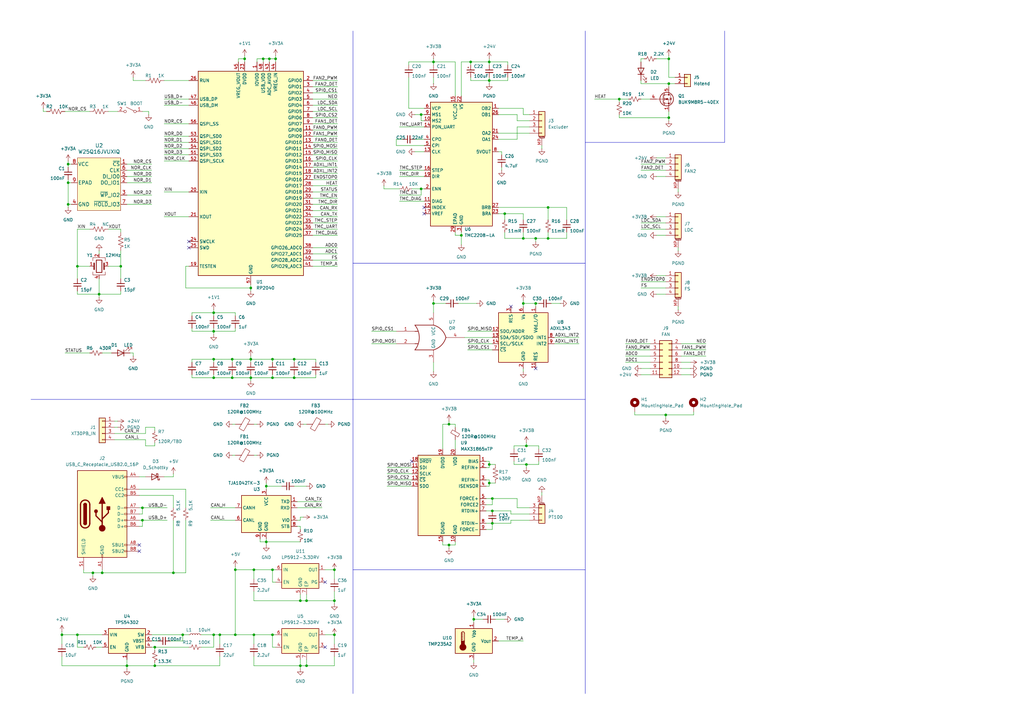
<source format=kicad_sch>
(kicad_sch (version 20231120) (generator "eeschema") (generator_version "8.0")
  (paper "A3")
  (junction (at 71.12 234.95))
  (junction (at 274.32 34.29))
  (junction (at 200.66 25.4))
  (junction (at 273.05 170.18))
  (junction (at 214.63 97.79))
  (junction (at 219.71 97.79))
  (junction (at 25.4 260.35))
  (junction (at 137.16 260.35))
  (junction (at 274.32 48.26))
  (junction (at 104.14 260.35))
  (junction (at 27.94 74.93))
  (junction (at 87.63 260.35))
  (junction (at 207.01 87.63))
  (junction (at 177.8 124.46))
  (junction (at 193.04 25.4))
  (junction (at 177.8 25.4))
  (junction (at 40.64 120.65))
  (junction (at 96.52 233.68))
  (junction (at 200.66 198.12))
  (junction (at 219.71 124.46))
  (junction (at 87.63 128.27))
  (junction (at 172.72 46.99))
  (junction (at 184.15 223.52))
  (junction (at 49.53 109.22))
  (junction (at 96.52 260.35))
  (junction (at 200.66 190.5))
  (junction (at 87.63 135.89))
  (junction (at 111.76 233.68))
  (junction (at 31.75 109.22))
  (junction (at 189.23 96.52))
  (junction (at 201.93 204.47))
  (junction (at 74.93 260.35))
  (junction (at 123.19 246.38))
  (junction (at 104.14 233.68))
  (junction (at 109.22 199.39))
  (junction (at 87.63 147.32))
  (junction (at 194.31 254))
  (junction (at 95.25 154.94))
  (junction (at 123.19 273.05))
  (junction (at 38.1 234.95))
  (junction (at 254 40.64))
  (junction (at 111.76 260.35))
  (junction (at 52.07 273.05))
  (junction (at 31.75 260.35))
  (junction (at 95.25 147.32))
  (junction (at 58.42 213.36))
  (junction (at 102.87 154.94))
  (junction (at 58.42 208.28))
  (junction (at 100.33 24.13))
  (junction (at 102.87 147.32))
  (junction (at 200.66 33.02))
  (junction (at 111.76 154.94))
  (junction (at 102.87 118.11))
  (junction (at 274.32 24.13))
  (junction (at 63.5 273.05))
  (junction (at 125.73 273.05))
  (junction (at 107.95 24.13))
  (junction (at 110.49 24.13))
  (junction (at 201.93 209.55))
  (junction (at 214.63 124.46))
  (junction (at 184.15 173.99))
  (junction (at 137.16 233.68))
  (junction (at 120.65 154.94))
  (junction (at 113.03 24.13))
  (junction (at 109.22 222.25))
  (junction (at 87.63 154.94))
  (junction (at 215.9 182.88))
  (junction (at 63.5 265.43))
  (junction (at 215.9 190.5))
  (junction (at 224.79 97.79))
  (junction (at 90.17 260.35))
  (junction (at 27.94 67.31))
  (junction (at 224.79 85.09))
  (junction (at 27.94 83.82))
  (junction (at 137.16 246.38))
  (junction (at 41.91 234.95))
  (junction (at 172.72 77.47))
  (junction (at 201.93 214.63))
  (junction (at 111.76 147.32))
  (junction (at 120.65 147.32))
  (junction (at 125.73 246.38))
  (no_connect (at 57.15 223.52))
  (no_connect (at 77.47 101.6))
  (no_connect (at 133.35 265.43))
  (no_connect (at 168.91 189.23))
  (no_connect (at 133.35 238.76))
  (no_connect (at 173.99 87.63))
  (no_connect (at 57.15 226.06))
  (no_connect (at 219.71 151.13))
  (no_connect (at 209.55 125.73))
  (no_connect (at 173.99 85.09))
  (no_connect (at 77.47 99.06))
  (wire (pts (xy 167.64 44.45) (xy 173.99 44.45)))
  (wire (pts (xy 187.96 124.46) (xy 195.58 124.46)))
  (wire (pts (xy 138.43 71.12) (xy 128.27 71.12)))
  (wire (pts (xy 57.15 200.66) (xy 76.2 200.66)))
  (wire (pts (xy 199.39 204.47) (xy 201.93 204.47)))
  (wire (pts (xy 138.43 68.58) (xy 128.27 68.58)))
  (wire (pts (xy 71.12 234.95) (xy 41.91 234.95)))
  (wire (pts (xy 31.75 109.22) (xy 31.75 114.3)))
  (wire (pts (xy 269.24 96.52) (xy 273.05 96.52)))
  (wire (pts (xy 76.2 109.22) (xy 76.2 118.11)))
  (wire (pts (xy 158.75 196.85) (xy 168.91 196.85)))
  (wire (pts (xy 71.12 213.36) (xy 71.12 234.95)))
  (wire (pts (xy 25.4 269.24) (xy 25.4 273.05)))
  (wire (pts (xy 269.24 120.65) (xy 273.05 120.65)))
  (wire (pts (xy 44.45 93.98) (xy 49.53 93.98)))
  (wire (pts (xy 120.65 147.32) (xy 120.65 148.59)))
  (wire (pts (xy 128.27 86.36) (xy 138.43 86.36)))
  (wire (pts (xy 107.95 24.13) (xy 110.49 24.13)))
  (wire (pts (xy 170.18 62.23) (xy 173.99 62.23)))
  (wire (pts (xy 49.53 93.98) (xy 49.53 95.25)))
  (wire (pts (xy 106.68 222.25) (xy 109.22 222.25)))
  (wire (pts (xy 200.66 198.12) (xy 200.66 199.39)))
  (wire (pts (xy 262.89 24.13) (xy 262.89 25.4)))
  (wire (pts (xy 67.31 40.64) (xy 77.47 40.64)))
  (wire (pts (xy 52.07 83.82) (xy 62.23 83.82)))
  (wire (pts (xy 29.21 67.31) (xy 27.94 67.31)))
  (wire (pts (xy 46.99 175.26) (xy 48.26 175.26)))
  (wire (pts (xy 210.82 190.5) (xy 210.82 189.23)))
  (wire (pts (xy 167.64 25.4) (xy 177.8 25.4)))
  (wire (pts (xy 71.12 203.2) (xy 71.12 208.28)))
  (wire (pts (xy 219.71 97.79) (xy 224.79 97.79)))
  (polyline (pts (xy 144.78 107.95) (xy 240.03 107.95)))
  (wire (pts (xy 90.17 269.24) (xy 90.17 273.05)))
  (wire (pts (xy 102.87 154.94) (xy 111.76 154.94)))
  (wire (pts (xy 224.79 85.09) (xy 224.79 90.17)))
  (wire (pts (xy 181.61 223.52) (xy 184.15 223.52)))
  (wire (pts (xy 279.4 148.59) (xy 283.21 148.59)))
  (wire (pts (xy 125.73 246.38) (xy 137.16 246.38)))
  (wire (pts (xy 162.56 57.15) (xy 162.56 59.69)))
  (wire (pts (xy 123.19 273.05) (xy 123.19 274.32)))
  (wire (pts (xy 54.61 144.78) (xy 54.61 146.05)))
  (wire (pts (xy 200.66 189.23) (xy 200.66 190.5)))
  (wire (pts (xy 254 40.64) (xy 254 41.91)))
  (wire (pts (xy 128.27 109.22) (xy 138.43 109.22)))
  (wire (pts (xy 194.31 252.73) (xy 194.31 254)))
  (wire (pts (xy 58.42 213.36) (xy 68.58 213.36)))
  (wire (pts (xy 208.28 25.4) (xy 208.28 26.67)))
  (polyline (pts (xy 240.03 233.68) (xy 240.03 163.83)))
  (wire (pts (xy 137.16 246.38) (xy 137.16 247.65)))
  (wire (pts (xy 191.77 135.89) (xy 201.93 135.89)))
  (wire (pts (xy 104.14 186.69) (xy 105.41 186.69)))
  (wire (pts (xy 199.39 196.85) (xy 200.66 196.85)))
  (wire (pts (xy 220.98 124.46) (xy 219.71 124.46)))
  (wire (pts (xy 212.09 204.47) (xy 212.09 208.28)))
  (wire (pts (xy 31.75 93.98) (xy 31.75 109.22)))
  (wire (pts (xy 274.32 49.53) (xy 274.32 48.26)))
  (wire (pts (xy 36.83 93.98) (xy 31.75 93.98)))
  (wire (pts (xy 200.66 33.02) (xy 200.66 34.29)))
  (wire (pts (xy 78.74 128.27) (xy 87.63 128.27)))
  (wire (pts (xy 53.34 144.78) (xy 54.61 144.78)))
  (wire (pts (xy 52.07 273.05) (xy 63.5 273.05)))
  (wire (pts (xy 67.31 66.04) (xy 77.47 66.04)))
  (wire (pts (xy 200.66 25.4) (xy 200.66 26.67)))
  (wire (pts (xy 121.92 205.74) (xy 132.08 205.74)))
  (wire (pts (xy 283.21 151.13) (xy 279.4 151.13)))
  (wire (pts (xy 34.29 234.95) (xy 38.1 234.95)))
  (wire (pts (xy 25.4 273.05) (xy 52.07 273.05)))
  (wire (pts (xy 78.74 147.32) (xy 87.63 147.32)))
  (wire (pts (xy 209.55 209.55) (xy 209.55 210.82)))
  (wire (pts (xy 163.83 80.01) (xy 172.72 80.01)))
  (wire (pts (xy 209.55 214.63) (xy 209.55 213.36)))
  (wire (pts (xy 121.92 215.9) (xy 123.19 215.9)))
  (wire (pts (xy 58.42 208.28) (xy 68.58 208.28)))
  (wire (pts (xy 172.72 49.53) (xy 173.99 49.53)))
  (wire (pts (xy 128.27 101.6) (xy 138.43 101.6)))
  (wire (pts (xy 207.01 95.25) (xy 207.01 97.79)))
  (wire (pts (xy 284.48 168.91) (xy 284.48 170.18)))
  (wire (pts (xy 31.75 260.35) (xy 41.91 260.35)))
  (wire (pts (xy 184.15 223.52) (xy 186.69 223.52)))
  (wire (pts (xy 60.96 45.72) (xy 60.96 46.99)))
  (wire (pts (xy 214.63 90.17) (xy 214.63 87.63)))
  (wire (pts (xy 97.79 24.13) (xy 100.33 24.13)))
  (polyline (pts (xy 144.78 163.83) (xy 240.03 163.83)))
  (wire (pts (xy 191.77 143.51) (xy 201.93 143.51)))
  (wire (pts (xy 193.04 33.02) (xy 200.66 33.02)))
  (polyline (pts (xy 240.03 58.42) (xy 297.18 58.42)))
  (wire (pts (xy 199.39 217.17) (xy 201.93 217.17)))
  (wire (pts (xy 63.5 265.43) (xy 77.47 265.43)))
  (wire (pts (xy 170.18 57.15) (xy 173.99 57.15)))
  (wire (pts (xy 78.74 154.94) (xy 87.63 154.94)))
  (wire (pts (xy 212.09 52.07) (xy 217.17 52.07)))
  (wire (pts (xy 67.31 60.96) (xy 77.47 60.96)))
  (wire (pts (xy 123.19 243.84) (xy 123.19 246.38)))
  (wire (pts (xy 214.63 46.99) (xy 217.17 46.99)))
  (wire (pts (xy 177.8 25.4) (xy 186.69 25.4)))
  (wire (pts (xy 208.28 31.75) (xy 208.28 33.02)))
  (wire (pts (xy 209.55 213.36) (xy 217.17 213.36)))
  (wire (pts (xy 224.79 95.25) (xy 224.79 97.79)))
  (wire (pts (xy 104.14 273.05) (xy 123.19 273.05)))
  (polyline (pts (xy 144.78 12.7) (xy 144.78 163.83)))
  (wire (pts (xy 257.81 40.64) (xy 254 40.64)))
  (wire (pts (xy 102.87 156.21) (xy 102.87 154.94)))
  (wire (pts (xy 283.21 153.67) (xy 279.4 153.67)))
  (wire (pts (xy 40.64 102.87) (xy 40.64 104.14)))
  (wire (pts (xy 104.14 260.35) (xy 104.14 264.16)))
  (wire (pts (xy 95.25 173.99) (xy 96.52 173.99)))
  (wire (pts (xy 177.8 124.46) (xy 177.8 128.27)))
  (wire (pts (xy 194.31 254) (xy 198.12 254)))
  (wire (pts (xy 170.18 46.99) (xy 172.72 46.99)))
  (wire (pts (xy 186.69 96.52) (xy 189.23 96.52)))
  (wire (pts (xy 254 48.26) (xy 254 46.99)))
  (wire (pts (xy 128.27 106.68) (xy 138.43 106.68)))
  (wire (pts (xy 96.52 233.68) (xy 96.52 260.35)))
  (wire (pts (xy 201.93 209.55) (xy 209.55 209.55)))
  (wire (pts (xy 52.07 273.05) (xy 52.07 270.51)))
  (wire (pts (xy 109.22 222.25) (xy 123.19 222.25)))
  (wire (pts (xy 125.73 246.38) (xy 125.73 243.84)))
  (wire (pts (xy 67.31 33.02) (xy 77.47 33.02)))
  (wire (pts (xy 96.52 260.35) (xy 104.14 260.35)))
  (wire (pts (xy 63.5 265.43) (xy 63.5 266.7)))
  (wire (pts (xy 57.15 210.82) (xy 58.42 210.82)))
  (wire (pts (xy 111.76 233.68) (xy 113.03 233.68)))
  (wire (pts (xy 67.31 58.42) (xy 77.47 58.42)))
  (wire (pts (xy 200.66 24.13) (xy 200.66 25.4)))
  (wire (pts (xy 46.99 180.34) (xy 59.69 180.34)))
  (wire (pts (xy 215.9 181.61) (xy 215.9 182.88)))
  (wire (pts (xy 274.32 31.75) (xy 276.86 31.75)))
  (wire (pts (xy 120.65 154.94) (xy 120.65 153.67)))
  (wire (pts (xy 105.41 24.13) (xy 105.41 25.4)))
  (wire (pts (xy 212.09 208.28) (xy 217.17 208.28)))
  (wire (pts (xy 172.72 77.47) (xy 172.72 80.01)))
  (wire (pts (xy 31.75 265.43) (xy 31.75 260.35)))
  (wire (pts (xy 110.49 24.13) (xy 113.03 24.13)))
  (wire (pts (xy 49.53 120.65) (xy 40.64 120.65)))
  (wire (pts (xy 57.15 195.58) (xy 59.69 195.58)))
  (wire (pts (xy 137.16 233.68) (xy 137.16 237.49)))
  (wire (pts (xy 207.01 87.63) (xy 207.01 90.17)))
  (wire (pts (xy 52.07 74.93) (xy 62.23 74.93)))
  (wire (pts (xy 254 48.26) (xy 274.32 48.26)))
  (wire (pts (xy 193.04 26.67) (xy 193.04 25.4)))
  (wire (pts (xy 186.69 180.34) (xy 186.69 184.15)))
  (wire (pts (xy 128.27 55.88) (xy 138.43 55.88)))
  (wire (pts (xy 204.47 57.15) (xy 212.09 57.15)))
  (wire (pts (xy 215.9 190.5) (xy 220.98 190.5)))
  (wire (pts (xy 111.76 154.94) (xy 111.76 153.67)))
  (wire (pts (xy 133.35 173.99) (xy 134.62 173.99)))
  (wire (pts (xy 167.64 25.4) (xy 167.64 26.67)))
  (wire (pts (xy 133.35 233.68) (xy 137.16 233.68)))
  (wire (pts (xy 194.31 270.51) (xy 194.31 271.78)))
  (polyline (pts (xy 240.03 12.7) (xy 240.03 107.95)))
  (wire (pts (xy 214.63 123.19) (xy 214.63 124.46)))
  (wire (pts (xy 152.4 140.97) (xy 162.56 140.97)))
  (wire (pts (xy 95.25 186.69) (xy 96.52 186.69)))
  (wire (pts (xy 128.27 78.74) (xy 138.43 78.74)))
  (wire (pts (xy 102.87 147.32) (xy 111.76 147.32)))
  (wire (pts (xy 19.05 45.72) (xy 17.78 45.72)))
  (polyline (pts (xy 297.18 12.7) (xy 297.18 58.42)))
  (wire (pts (xy 107.95 24.13) (xy 107.95 25.4)))
  (wire (pts (xy 158.75 199.39) (xy 168.91 199.39)))
  (wire (pts (xy 128.27 96.52) (xy 138.43 96.52)))
  (wire (pts (xy 181.61 173.99) (xy 184.15 173.99)))
  (wire (pts (xy 215.9 182.88) (xy 220.98 182.88)))
  (wire (pts (xy 52.07 72.39) (xy 62.23 72.39)))
  (wire (pts (xy 34.29 265.43) (xy 31.75 265.43)))
  (wire (pts (xy 262.89 34.29) (xy 274.32 34.29)))
  (wire (pts (xy 128.27 83.82) (xy 138.43 83.82)))
  (wire (pts (xy 96.52 213.36) (xy 86.36 213.36)))
  (wire (pts (xy 111.76 154.94) (xy 120.65 154.94)))
  (wire (pts (xy 137.16 269.24) (xy 137.16 273.05)))
  (wire (pts (xy 102.87 146.05) (xy 102.87 147.32)))
  (wire (pts (xy 186.69 95.25) (xy 186.69 96.52)))
  (wire (pts (xy 212.09 49.53) (xy 217.17 49.53)))
  (wire (pts (xy 128.27 60.96) (xy 138.43 60.96)))
  (wire (pts (xy 87.63 148.59) (xy 87.63 147.32)))
  (wire (pts (xy 63.5 182.88) (xy 59.69 182.88)))
  (wire (pts (xy 128.27 93.98) (xy 138.43 93.98)))
  (polyline (pts (xy 240.03 233.68) (xy 240.03 284.48)))
  (wire (pts (xy 104.14 260.35) (xy 111.76 260.35)))
  (wire (pts (xy 172.72 77.47) (xy 173.99 77.47)))
  (wire (pts (xy 232.41 95.25) (xy 232.41 97.79)))
  (wire (pts (xy 78.74 134.62) (xy 78.74 135.89)))
  (wire (pts (xy 123.19 273.05) (xy 125.73 273.05)))
  (wire (pts (xy 269.24 72.39) (xy 273.05 72.39)))
  (wire (pts (xy 128.27 81.28) (xy 138.43 81.28)))
  (wire (pts (xy 273.05 91.44) (xy 262.89 91.44)))
  (wire (pts (xy 78.74 147.32) (xy 78.74 148.59)))
  (wire (pts (xy 266.7 140.97) (xy 256.54 140.97)))
  (wire (pts (xy 193.04 31.75) (xy 193.04 33.02)))
  (wire (pts (xy 158.75 194.31) (xy 168.91 194.31)))
  (wire (pts (xy 63.5 271.78) (xy 63.5 273.05)))
  (wire (pts (xy 158.75 191.77) (xy 168.91 191.77)))
  (wire (pts (xy 181.61 173.99) (xy 181.61 184.15)))
  (wire (pts (xy 190.5 138.43) (xy 201.93 138.43)))
  (wire (pts (xy 49.53 109.22) (xy 49.53 114.3)))
  (wire (pts (xy 102.87 118.11) (xy 102.87 116.84)))
  (wire (pts (xy 128.27 53.34) (xy 138.43 53.34)))
  (wire (pts (xy 38.1 234.95) (xy 38.1 236.22)))
  (wire (pts (xy 100.33 22.86) (xy 100.33 24.13)))
  (wire (pts (xy 64.77 262.89) (xy 62.23 262.89)))
  (wire (pts (xy 157.48 77.47) (xy 157.48 76.2)))
  (wire (pts (xy 121.92 208.28) (xy 132.08 208.28)))
  (wire (pts (xy 58.42 213.36) (xy 58.42 215.9)))
  (wire (pts (xy 95.25 147.32) (xy 102.87 147.32)))
  (wire (pts (xy 204.47 54.61) (xy 217.17 54.61)))
  (wire (pts (xy 262.89 67.31) (xy 273.05 67.31)))
  (wire (pts (xy 95.25 147.32) (xy 87.63 147.32)))
  (wire (pts (xy 63.5 265.43) (xy 62.23 265.43)))
  (wire (pts (xy 184.15 172.72) (xy 184.15 173.99)))
  (wire (pts (xy 193.04 25.4) (xy 200.66 25.4)))
  (wire (pts (xy 189.23 25.4) (xy 189.23 39.37)))
  (wire (pts (xy 27.94 85.09) (xy 27.94 83.82)))
  (wire (pts (xy 67.31 50.8) (xy 77.47 50.8)))
  (wire (pts (xy 39.37 265.43) (xy 41.91 265.43)))
  (polyline (pts (xy 12.7 163.83) (xy 144.78 163.83)))
  (wire (pts (xy 278.13 125.73) (xy 278.13 127)))
  (wire (pts (xy 204.47 87.63) (xy 207.01 87.63)))
  (wire (pts (xy 63.5 175.26) (xy 59.69 175.26)))
  (wire (pts (xy 34.29 234.95) (xy 34.29 233.68)))
  (wire (pts (xy 201.93 214.63) (xy 209.55 214.63)))
  (wire (pts (xy 128.27 63.5) (xy 138.43 63.5)))
  (wire (pts (xy 274.32 45.72) (xy 274.32 48.26)))
  (wire (pts (xy 40.64 120.65) (xy 40.64 121.92)))
  (wire (pts (xy 100.33 24.13) (xy 100.33 25.4)))
  (wire (pts (xy 273.05 93.98) (xy 262.89 93.98)))
  (wire (pts (xy 186.69 173.99) (xy 186.69 175.26)))
  (wire (pts (xy 109.22 222.25) (xy 109.22 220.98)))
  (wire (pts (xy 124.46 173.99) (xy 125.73 173.99)))
  (wire (pts (xy 58.42 208.28) (xy 58.42 210.82)))
  (wire (pts (xy 25.4 260.35) (xy 31.75 260.35)))
  (wire (pts (xy 95.25 154.94) (xy 102.87 154.94)))
  (wire (pts (xy 128.27 48.26) (xy 138.43 48.26)))
  (wire (pts (xy 125.73 199.39) (xy 120.65 199.39)))
  (wire (pts (xy 128.27 91.44) (xy 138.43 91.44)))
  (wire (pts (xy 87.63 128.27) (xy 96.52 128.27)))
  (wire (pts (xy 76.2 118.11) (xy 102.87 118.11)))
  (wire (pts (xy 128.27 35.56) (xy 138.43 35.56)))
  (wire (pts (xy 269.24 64.77) (xy 273.05 64.77)))
  (wire (pts (xy 133.35 260.35) (xy 137.16 260.35)))
  (wire (pts (xy 181.61 222.25) (xy 181.61 223.52)))
  (wire (pts (xy 210.82 182.88) (xy 210.82 184.15)))
  (wire (pts (xy 36.83 109.22) (xy 31.75 109.22)))
  (wire (pts (xy 104.14 233.68) (xy 111.76 233.68)))
  (wire (pts (xy 128.27 58.42) (xy 138.43 58.42)))
  (wire (pts (xy 57.15 203.2) (xy 71.12 203.2)))
  (wire (pts (xy 69.85 262.89) (xy 74.93 262.89)))
  (wire (pts (xy 96.52 135.89) (xy 96.52 134.62)))
  (wire (pts (xy 207.01 254) (xy 203.2 254)))
  (wire (pts (xy 167.64 44.45) (xy 167.64 31.75)))
  (wire (pts (xy 128.27 104.14) (xy 138.43 104.14)))
  (wire (pts (xy 273.05 113.03) (xy 269.24 113.03)))
  (wire (pts (xy 113.03 238.76) (xy 111.76 238.76)))
  (wire (pts (xy 109.22 222.25) (xy 109.22 223.52)))
  (wire (pts (xy 104.14 242.57) (xy 104.14 246.38)))
  (wire (pts (xy 62.23 260.35) (xy 74.93 260.35)))
  (wire (pts (xy 177.8 148.59) (xy 177.8 152.4)))
  (wire (pts (xy 276.86 34.29) (xy 274.32 34.29)))
  (wire (pts (xy 137.16 242.57) (xy 137.16 246.38)))
  (wire (pts (xy 67.31 78.74) (xy 77.47 78.74)))
  (wire (pts (xy 57.15 213.36) (xy 58.42 213.36)))
  (wire (pts (xy 172.72 46.99) (xy 172.72 49.53)))
  (wire (pts (xy 49.53 102.87) (xy 49.53 109.22)))
  (wire (pts (xy 184.15 223.52) (xy 184.15 224.79)))
  (wire (pts (xy 219.71 124.46) (xy 219.71 125.73)))
  (wire (pts (xy 279.4 140.97) (xy 289.56 140.97)))
  (wire (pts (xy 204.47 62.23) (xy 205.74 62.23)))
  (wire (pts (xy 205.74 68.58) (xy 205.74 69.85)))
  (wire (pts (xy 162.56 59.69) (xy 173.99 59.69)))
  (wire (pts (xy 260.35 168.91) (xy 260.35 170.18)))
  (wire (pts (xy 67.31 43.18) (xy 77.47 43.18)))
  (wire (pts (xy 67.31 195.58) (xy 71.12 195.58)))
  (wire (pts (xy 74.93 260.35) (xy 77.47 260.35)))
  (wire (pts (xy 232.41 90.17) (xy 232.41 85.09)))
  (wire (pts (xy 256.54 143.51) (xy 266.7 143.51)))
  (wire (pts (xy 201.93 207.01) (xy 201.93 204.47)))
  (wire (pts (xy 129.54 148.59) (xy 129.54 147.32)))
  (wire (pts (xy 199.39 209.55) (xy 201.93 209.55)))
  (wire (pts (xy 212.09 46.99) (xy 212.09 49.53)))
  (wire (pts (xy 214.63 97.79) (xy 219.71 97.79)))
  (wire (pts (xy 214.63 95.25) (xy 214.63 97.79)))
  (wire (pts (xy 63.5 181.61) (xy 63.5 182.88)))
  (wire (pts (xy 266.7 40.64) (xy 262.89 40.64)))
  (wire (pts (xy 200.66 191.77) (xy 199.39 191.77)))
  (wire (pts (xy 220.98 184.15) (xy 220.98 182.88)))
  (wire (pts (xy 199.39 189.23) (xy 200.66 189.23)))
  (wire (pts (xy 262.89 34.29) (xy 262.89 33.02)))
  (wire (pts (xy 274.32 34.29) (xy 274.32 35.56)))
  (wire (pts (xy 63.5 176.53) (xy 63.5 175.26)))
  (wire (pts (xy 264.16 24.13) (xy 262.89 24.13)))
  (wire (pts (xy 107.95 24.13) (xy 105.41 24.13)))
  (wire (pts (xy 57.15 208.28) (xy 58.42 208.28)))
  (wire (pts (xy 78.74 129.54) (xy 78.74 128.27)))
  (wire (pts (xy 214.63 44.45) (xy 214.63 46.99)))
  (wire (pts (xy 71.12 195.58) (xy 71.12 194.31)))
  (wire (pts (xy 289.56 146.05) (xy 279.4 146.05)))
  (wire (pts (xy 26.67 45.72) (xy 36.83 45.72)))
  (wire (pts (xy 52.07 273.05) (xy 52.07 274.32)))
  (wire (pts (xy 52.07 67.31) (xy 62.23 67.31)))
  (wire (pts (xy 214.63 124.46) (xy 219.71 124.46)))
  (wire (pts (xy 54.61 33.02) (xy 59.69 33.02)))
  (wire (pts (xy 200.66 199.39) (xy 199.39 199.39)))
  (wire (pts (xy 215.9 190.5) (xy 215.9 191.77)))
  (wire (pts (xy 200.66 25.4) (xy 208.28 25.4)))
  (wire (pts (xy 201.93 217.17) (xy 201.93 214.63)))
  (wire (pts (xy 95.25 153.67) (xy 95.25 154.94)))
  (wire (pts (xy 25.4 260.35) (xy 25.4 264.16)))
  (wire (pts (xy 123.19 212.09) (xy 123.19 213.36)))
  (wire (pts (xy 129.54 153.67) (xy 129.54 154.94)))
  (wire (pts (xy 168.91 77.47) (xy 172.72 77.47)))
  (wire (pts (xy 90.17 260.35) (xy 96.52 260.35)))
  (wire (pts (xy 222.25 201.93) (xy 222.25 203.2)))
  (wire (pts (xy 104.14 233.68) (xy 104.14 237.49)))
  (wire (pts (xy 262.89 153.67) (xy 266.7 153.67)))
  (wire (pts (xy 27.94 73.66) (xy 27.94 74.93)))
  (wire (pts (xy 67.31 88.9) (xy 77.47 88.9)))
  (polyline (pts (xy 144.78 163.83) (xy 144.78 284.48)))
  (wire (pts (xy 110.49 24.13) (xy 110.49 25.4)))
  (wire (pts (xy 273.05 118.11) (xy 262.89 118.11)))
  (wire (pts (xy 289.56 143.51) (xy 279.4 143.51)))
  (wire (pts (xy 87.63 153.67) (xy 87.63 154.94)))
  (wire (pts (xy 96.52 128.27) (xy 96.52 129.54)))
  (wire (pts (xy 210.82 182.88) (xy 215.9 182.88)))
  (wire (pts (xy 128.27 50.8) (xy 138.43 50.8)))
  (wire (pts (xy 40.64 114.3) (xy 40.64 120.65)))
  (wire (pts (xy 214.63 151.13) (xy 214.63 152.4)))
  (wire (pts (xy 27.94 67.31) (xy 27.94 68.58)))
  (wire (pts (xy 87.63 260.35) (xy 90.17 260.35)))
  (wire (pts (xy 274.32 22.86) (xy 274.32 24.13)))
  (wire (pts (xy 77.47 109.22) (xy 76.2 109.22)))
  (wire (pts (xy 163.83 72.39) (xy 173.99 72.39)))
  (wire (pts (xy 260.35 170.18) (xy 273.05 170.18)))
  (wire (pts (xy 207.01 97.79) (xy 214.63 97.79)))
  (wire (pts (xy 97.79 24.13) (xy 97.79 25.4)))
  (wire (pts (xy 243.84 40.64) (xy 254 40.64)))
  (wire (pts (xy 208.28 33.02) (xy 200.66 33.02)))
  (wire (pts (xy 113.03 24.13) (xy 113.03 25.4)))
  (wire (pts (xy 52.07 80.01) (xy 62.23 80.01)))
  (wire (pts (xy 204.47 85.09) (xy 224.79 85.09)))
  (wire (pts (xy 90.17 260.35) (xy 90.17 264.16)))
  (wire (pts (xy 87.63 135.89) (xy 87.63 137.16)))
  (wire (pts (xy 82.55 260.35) (xy 87.63 260.35)))
  (wire (pts (xy 199.39 214.63) (xy 201.93 214.63)))
  (wire (pts (xy 120.65 154.94) (xy 129.54 154.94)))
  (wire (pts (xy 87.63 154.94) (xy 95.25 154.94)))
  (wire (pts (xy 128.27 45.72) (xy 138.43 45.72)))
  (wire (pts (xy 269.24 24.13) (xy 274.32 24.13)))
  (wire (pts (xy 173.99 46.99) (xy 172.72 46.99)))
  (wire (pts (xy 201.93 204.47) (xy 212.09 204.47)))
  (wire (pts (xy 200.66 198.12) (xy 203.2 198.12)))
  (wire (pts (xy 41.91 144.78) (xy 45.72 144.78)))
  (wire (pts (xy 186.69 25.4) (xy 186.69 39.37)))
  (wire (pts (xy 274.32 24.13) (xy 274.32 31.75)))
  (wire (pts (xy 220.98 189.23) (xy 220.98 190.5)))
  (wire (pts (xy 273.05 170.18) (xy 273.05 171.45)))
  (wire (pts (xy 31.75 120.65) (xy 40.64 120.65)))
  (wire (pts (xy 41.91 234.95) (xy 41.91 233.68)))
  (wire (pts (xy 204.47 46.99) (xy 212.09 46.99)))
  (wire (pts (xy 111.76 260.35) (xy 111.76 265.43)))
  (wire (pts (xy 78.74 135.89) (xy 87.63 135.89)))
  (wire (pts (xy 128.27 40.64) (xy 138.43 40.64)))
  (wire (pts (xy 200.66 196.85) (xy 200.66 198.12)))
  (wire (pts (xy 191.77 140.97) (xy 201.93 140.97)))
  (wire (pts (xy 78.74 154.94) (xy 78.74 153.67)))
  (wire (pts (xy 125.73 273.05) (xy 137.16 273.05)))
  (wire (pts (xy 104.14 246.38) (xy 123.19 246.38)))
  (wire (pts (xy 212.09 57.15) (xy 212.09 52.07)))
  (wire (pts (xy 29.21 74.93) (xy 27.94 74.93)))
  (wire (pts (xy 184.15 173.99) (xy 186.69 173.99)))
  (wire (pts (xy 278.13 101.6) (xy 278.13 102.87)))
  (wire (pts (xy 58.42 215.9) (xy 57.15 215.9)))
  (wire (pts (xy 113.03 22.86) (xy 113.03 24.13)))
  (wire (pts (xy 96.52 232.41) (xy 96.52 233.68)))
  (wire (pts (xy 38.1 234.95) (xy 41.91 234.95)))
  (wire (pts (xy 87.63 134.62) (xy 87.63 135.89)))
  (wire (pts (xy 111.76 260.35) (xy 113.03 260.35)))
  (wire (pts (xy 273.05 115.57) (xy 262.89 115.57)))
  (wire (pts (xy 87.63 135.89) (xy 96.52 135.89)))
  (wire (pts (xy 214.63 125.73) (xy 214.63 124.46)))
  (wire (pts (xy 200.66 190.5) (xy 200.66 191.77)))
  (wire (pts (xy 67.31 63.5) (xy 77.47 63.5)))
  (wire (pts (xy 102.87 118.11) (xy 102.87 119.38)))
  (wire (pts (xy 46.99 177.8) (xy 59.69 177.8)))
  (wire (pts (xy 96.52 208.28) (xy 86.36 208.28)))
  (wire (pts (xy 273.05 170.18) (xy 284.48 170.18)))
  (wire (pts (xy 76.2 234.95) (xy 71.12 234.95)))
  (wire (pts (xy 262.89 151.13) (xy 266.7 151.13)))
  (wire (pts (xy 163.83 69.85) (xy 173.99 69.85)))
  (wire (pts (xy 125.73 273.05) (xy 125.73 270.51)))
  (wire (pts (xy 210.82 190.5) (xy 215.9 190.5)))
  (wire (pts (xy 200.66 190.5) (xy 203.2 190.5)))
  (wire (pts (xy 111.76 147.32) (xy 120.65 147.32)))
  (wire (pts (xy 25.4 259.08) (xy 25.4 260.35)))
  (wire (pts (xy 104.14 233.68) (xy 96.52 233.68)))
  (wire (pts (xy 262.89 69.85) (xy 273.05 69.85)))
  (wire (pts (xy 104.14 269.24) (xy 104.14 273.05)))
  (wire (pts (xy 204.47 262.89) (xy 214.63 262.89)))
  (wire (pts (xy 232.41 85.09) (xy 224.79 85.09)))
  (wire (pts (xy 177.8 124.46) (xy 182.88 124.46)))
  (wire (pts (xy 204.47 44.45) (xy 214.63 44.45)))
  (wire (pts (xy 200.66 33.02) (xy 200.66 31.75)))
  (wire (pts (xy 128.27 38.1) (xy 138.43 38.1)))
  (wire (pts (xy 54.61 31.75) (xy 54.61 33.02)))
  (wire (pts (xy 82.55 265.43) (xy 87.63 265.43)))
  (wire (pts (xy 111.76 147.32) (xy 111.76 148.59)))
  (wire (pts (xy 273.05 88.9) (xy 269.24 88.9)))
  (wire (pts (xy 102.87 147.32) (xy 102.87 148.59)))
  (wire (pts (xy 52.07 69.85) (xy 62.23 69.85)))
  (wire (pts (xy 222.25 60.96) (xy 222.25 59.69)))
  (wire (pts (xy 163.83 52.07) (xy 173.99 52.07)))
  (wire (pts (xy 137.16 260.35) (xy 137.16 264.16)))
  (wire (pts (xy 31.75 119.38) (xy 31.75 120.65)))
  (wire (pts (xy 27.94 67.31) (xy 27.94 66.04)))
  (wire (pts (xy 111.76 233.68) (xy 111.76 238.76)))
  (wire (pts (xy 189.23 95.25) (xy 189.23 96.52)))
  (wire (pts (xy 194.31 255.27) (xy 194.31 254)))
  (wire (pts (xy 229.87 124.46) (xy 226.06 124.46)))
  (wire (pts (xy 120.65 147.32) (xy 129.54 147.32)))
  (wire (pts (xy 189.23 96.52) (xy 189.23 100.33)))
  (wire (pts (xy 59.69 182.88) (xy 59.69 180.34)))
  (wire (pts (xy 58.42 45.72) (xy 60.96 45.72)))
  (wire (pts (xy 199.39 207.01) (xy 201.93 207.01)))
  (wire (pts (xy 205.74 62.23) (xy 205.74 63.5)))
  (wire (pts (xy 165.1 57.15) (xy 162.56 57.15)))
  (wire (pts (xy 76.2 200.66) (xy 76.2 208.28)))
  (wire (pts (xy 128.27 88.9) (xy 138.43 88.9)))
  (wire (pts (xy 152.4 135.89) (xy 162.56 135.89)))
  (wire (pts (xy 157.48 77.47) (xy 163.83 77.47)))
  (wire (pts (xy 67.31 55.88) (xy 77.47 55.88)))
  (wire (pts (xy 26.67 144.78) (xy 36.83 144.78)))
  (wire (pts (xy 113.03 265.43) (xy 111.76 265.43)))
  (wire (pts (xy 219.71 97.79) (xy 219.71 99.06)))
  (wire (pts (xy 209.55 210.82) (xy 217.17 210.82)))
  (wire (pts (xy 278.13 77.47) (xy 278.13 78.74)))
  (wire (pts (xy 106.68 220.98) (xy 106.68 222.25)))
  (wire (pts (xy 138.43 66.04) (xy 128.27 66.04)))
  (wire (pts (xy 87.63 260.35) (xy 87.63 265.43)))
  (wire (pts (xy 76.2 213.36) (xy 76.2 234.95)))
  (wire (pts (xy 214.63 87.63) (xy 207.01 87.63)))
  (wire (pts (xy 87.63 127) (xy 87.63 128.27)))
  (wire (pts (xy 123.19 270.51) (xy 123.19 273.05)))
  (wire (pts (xy 87.63 129.54) (xy 87.63 128.27)))
  (wire (pts (xy 138.43 73.66) (xy 128.27 73.66)))
  (wire (pts (xy 128.27 76.2) (xy 138.43 76.2)))
  (wire (pts (xy 17.78 45.72) (xy 17.78 44.45)))
  (wire (pts (xy 227.33 138.43) (xy 237.49 138.43)))
  (wire (pts (xy 177.8 24.13) (xy 177.8 25.4)))
  (wire (pts (xy 123.19 212.09) (xy 124.46 212.09)))
  (wire (pts (xy 95.25 148.59) (xy 95.25 147.32)))
  (wire (pts (xy 74.93 262.89) (xy 74.93 260.35)))
  (wire (pts (xy 27.94 83.82) (xy 29.21 83.82)))
  (wire (pts (xy 27.94 74.93) (xy 27.94 83.82)))
  (wire (pts (xy 102.87 154.94) (xy 102.87 153.67)))
  (wire (pts (xy 123.19 246.38) (xy 125.73 246.38)))
  (wire (pts (xy 49.53 119.38) (xy 49.53 120.65)))
  (wire (pts (xy 256.54 146.05) (xy 266.7 146.05)))
  (wire (pts (xy 227.33 140.97) (xy 237.49 140.97)))
  (wire (pts (xy 115.57 199.39) (xy 109.22 199.39)))
  (wire (pts (xy 224.79 97.79) (xy 232.41 97.79)))
  (wire (pts (xy 177.8 26.67) (xy 177.8 25.4)))
  (wire (pts (xy 44.45 109.22) (xy 49.53 109.22)))
  (wire (pts (xy 123.19 213.36) (xy 121.92 213.36)))
  (polyline (pts (xy 240.03 163.83) (xy 240.03 107.95)))
  (wire (pts (xy 46.99 172.72) (xy 48.26 172.72)))
  (wire (pts (xy 128.27 33.02) (xy 138.43 33.02)))
  (wire (pts (xy 123.19 217.17) (xy 123.19 215.9)))
  (wire (pts (xy 59.69 175.26) (xy 59.69 177.8)))
  (wire (pts (xy 90.17 273.05) (xy 63.5 273.05)))
  (wire (pts (xy 109.22 198.12) (xy 109.22 199.39)))
  (wire (pts (xy 177.8 31.75) (xy 177.8 34.29)))
  (wire (pts (xy 104.14 173.99) (xy 105.41 173.99)))
  (wire (pts (xy 109.22 199.39) (xy 109.22 200.66)))
  (wire (pts (xy 266.7 148.59) (xy 256.54 148.59)))
  (wire (pts (xy 163.83 82.55) (xy 173.99 82.55)))
  (wire (pts (xy 186.69 223.52) (xy 186.69 222.25)))
  (wire (pts (xy 177.8 123.19) (xy 177.8 124.46)))
  (wire (pts (xy 128.27 43.18) (xy 138.43 43.18)))
  (wire (pts (xy 44.45 45.72) (xy 48.26 45.72)))
  (wire (pts (xy 193.04 25.4) (xy 189.23 25.4)))
  (polyline (pts (xy 144.78 233.68) (xy 240.03 233.68)))
  (label "NEO" (at 138.43 40.64 180))
  (label "ADXL_INT2" (at 237.49 138.43 180))
  (label "LDC_SCL" (at 138.43 45.72 180))
  (label "NOR_D2" (at 62.23 80.01 180))
  (label "NEO" (at 289.56 140.97 180))
  (label "FAN1_DET" (at 138.43 50.8 180))
  (label "CAN_RX" (at 138.43 86.36 180))
  (label "SPI0_CS1" (at 138.43 38.1 180))
  (label "ADXL_INT1" (at 138.43 68.58 180))
  (label "LDC_SCL" (at 262.89 93.98 0))
  (label "NOR_D3" (at 62.23 83.82 180))
  (label "SPI0_MOSI" (at 138.43 60.96 180))
  (label "CAN_L" (at 57.15 180.34 180))
  (label "NOR_CS" (at 67.31 50.8 0))
  (label "SPI0_CS2" (at 138.43 48.26 180))
  (label "SPI0_CS1" (at 152.4 135.89 0))
  (label "CAN_RX" (at 132.08 208.28 180))
  (label "XOUT" (at 67.31 88.9 0))
  (label "FAN2_PWM" (at 138.43 33.02 180))
  (label "NOR_D1" (at 62.23 74.93 180))
  (label "HEAT" (at 138.43 76.2 180))
  (label "USB_D-" (at 68.58 208.28 180))
  (label "ADC1" (at 256.54 148.59 0))
  (label "XIN" (at 67.31 78.74 0))
  (label "FAN0_DET" (at 256.54 140.97 0))
  (label "SPI0_CLK" (at 191.77 140.97 0))
  (label "FAN2_DET" (at 138.43 35.56 180))
  (label "ADXL_INT1" (at 237.49 140.97 180))
  (label "FS" (at 262.89 118.11 0))
  (label "TMC_UART" (at 138.43 93.98 180))
  (label "SPI0_MISO" (at 191.77 135.89 0))
  (label "LDC_SDA" (at 262.89 91.44 0))
  (label "ADC0" (at 138.43 101.6 180))
  (label "ADC1" (at 138.43 104.14 180))
  (label "FAN0_DET" (at 138.43 58.42 180))
  (label "NOR_CS" (at 27.94 45.72 0))
  (label "STATUS" (at 26.67 144.78 0))
  (label "TMC_STEP" (at 163.83 69.85 0))
  (label "NOR_D3" (at 67.31 63.5 0))
  (label "CAN_TX" (at 132.08 205.74 180))
  (label "TMC_STEP" (at 138.43 91.44 180))
  (label "TMC_EN" (at 138.43 81.28 180))
  (label "SPI0_MISO" (at 138.43 63.5 180))
  (label "TMC_DIR" (at 163.83 72.39 0))
  (label "FAN2_DET" (at 262.89 69.85 0))
  (label "FAN2_PWM" (at 262.89 67.31 0))
  (label "TMC_DIAG" (at 138.43 96.52 180))
  (label "SPI0_CLK" (at 138.43 66.04 180))
  (label "SPI0_CS2" (at 158.75 196.85 0))
  (label "NOR_D1" (at 67.31 58.42 0))
  (label "TEMP_A" (at 214.63 262.89 180))
  (label "SPI0_CLK" (at 158.75 194.31 0))
  (label "TMC_DIR" (at 138.43 83.82 180))
  (label "HEAT" (at 243.84 40.64 0))
  (label "NOR_D0" (at 67.31 55.88 0))
  (label "CAN_H" (at 57.15 177.8 180))
  (label "SPI0_MISO" (at 158.75 199.39 0))
  (label "NOR_D2" (at 67.31 60.96 0))
  (label "SPI0_MOSI" (at 152.4 140.97 0))
  (label "NOR_CLK" (at 67.31 66.04 0))
  (label "FS" (at 138.43 106.68 180))
  (label "ADC0" (at 256.54 146.05 0))
  (label "FAN0_PWM" (at 256.54 143.51 0))
  (label "NOR_D0" (at 62.23 72.39 180))
  (label "ADXL_INT2" (at 138.43 71.12 180))
  (label "CAN_L" (at 86.36 213.36 0))
  (label "STATUS" (at 138.43 78.74 180))
  (label "CAN_TX" (at 138.43 88.9 180))
  (label "USB_D+" (at 68.58 213.36 180))
  (label "TMC_UART" (at 163.83 52.07 0))
  (label "CAN_H" (at 86.36 208.28 0))
  (label "SPI0_CS1" (at 191.77 143.51 0))
  (label "NOR_CS" (at 62.23 67.31 180))
  (label "FAN1_PWM" (at 289.56 143.51 180))
  (label "TMC_DIAG" (at 163.83 82.55 0))
  (label "TEMP_A" (at 138.43 109.22 180))
  (label "FAN1_DET" (at 289.56 146.05 180))
  (label "ENDSTOP0" (at 138.43 73.66 180))
  (label "TMC_EN" (at 163.83 80.01 0))
  (label "FAN0_PWM" (at 138.43 53.34 180))
  (label "FAN1_PWM" (at 138.43 55.88 180))
  (label "LDC_SDA" (at 138.43 43.18 180))
  (label "SPI0_MOSI" (at 158.75 191.77 0))
  (label "NOR_CLK" (at 62.23 69.85 180))
  (label "USB_D+" (at 67.31 40.64 0))
  (label "XOUT" (at 49.53 93.98 180))
  (label "XIN" (at 31.75 93.98 0))
  (label "USB_D-" (at 67.31 43.18 0))
  (label "ENDSTOP0" (at 262.89 115.57 0))
  (symbol (lib_id "Device:R_Small_US") (at 76.2 210.82 0) (mirror x) (unit 1)
    (property "Reference" "R9" (at 77.47 213.36 90) (effects (justify left top)))
    (property "Value" "5.1K" (at 77.47 209.55 90) (effects (justify right top)))
    (property "Footprint" "Resistor_SMD:R_0402_1005Metric" (effects (hide yes)))
    (property "Description" "Resistor, small US symbol" (effects (hide yes)))
  )
  (symbol (lib_id "Device:R_US") (at 49.53 99.06 0) (mirror x) (unit 1)
    (property "Reference" "R5" (at 50.8 99.06 0) (effects (justify left top)))
    (property "Value" "1K" (at 50.8 100.33 0) (effects (justify left bottom)))
    (property "Footprint" "Resistor_SMD:R_0402_1005Metric" (effects (hide yes)))
    (property "Description" "Resistor, US symbol" (effects (hide yes)))
  )
  (symbol (lib_id "Device:C_Small") (at 87.63 132.08 0) (unit 1)
    (property "Reference" "C5" (at 88.9 130.81 0) (effects (justify left bottom)))
    (property "Value" "100nF" (at 88.9 133.35 0) (effects (justify left top)))
    (property "Footprint" "Capacitor_SMD:C_0402_1005Metric" (effects (hide yes)))
    (property "Description" "Unpolarized capacitor, small symbol" (effects (hide yes)))
  )
  (symbol (lib_id "Device:R_US") (at 40.64 93.98 90) (unit 1)
    (property "Reference" "R4" (at 39.37 92.71 90) (effects (justify left top)))
    (property "Value" "NC" (at 41.91 92.71 90) (effects (justify right top)))
    (property "Footprint" "Resistor_SMD:R_0402_1005Metric" (effects (hide yes)))
    (property "Description" "Resistor, US symbol" (effects (hide yes)))
  )
  (symbol (lib_id "power:GND") (at 134.62 173.99 90) (unit 1)
    (property "Reference" "#PWR016" (effects (hide yes)))
    (property "Value" "PGND" (at 138.43 173.9899 90) (effects (justify right)))
    (property "Description" "Power symbol creates a global label with name \"GND\" , ground" (effects (hide yes)))
  )
  (symbol (lib_id "power:GND") (at 200.66 34.29 0) (unit 1)
    (property "Reference" "#PWR0108" (effects (hide yes)))
    (property "Value" "PGND" (at 200.66 39.37 0))
    (property "Description" "Power symbol creates a global label with name \"GND\" , ground" (effects (hide yes)))
  )
  (symbol (lib_id "Device:C_Small") (at 102.87 151.13 0) (unit 1)
    (property "Reference" "C10" (at 104.14 149.86 0) (effects (justify left bottom)))
    (property "Value" "100nF" (at 104.14 152.4 0) (effects (justify left top)))
    (property "Footprint" "Capacitor_SMD:C_0402_1005Metric" (effects (hide yes)))
    (property "Description" "Unpolarized capacitor, small symbol" (effects (hide yes)))
  )
  (symbol (lib_id "Device:C_Small") (at 31.75 116.84 0) (unit 1)
    (property "Reference" "C2" (at 33.02 115.57 0) (effects (justify left bottom)))
    (property "Value" "15pF" (at 33.02 118.11 0) (effects (justify left top)))
    (property "Footprint" "Capacitor_SMD:C_0402_1005Metric" (effects (hide yes)))
    (property "Description" "Unpolarized capacitor, small symbol" (effects (hide yes)))
  )
  (symbol (lib_id "power:+3V3") (at 124.46 212.09 270) (unit 1)
    (property "Reference" "#PWR0122" (effects (hide yes)))
    (property "Value" "+3V3A" (at 128.27 212.0899 90) (effects (justify left)))
    (property "Description" "Power symbol creates a global label with name \"+3V3\"" (effects (hide yes)))
  )
  (symbol (lib_id "power:GND") (at 170.18 46.99 270) (unit 1)
    (property "Reference" "#PWR0112" (effects (hide yes)))
    (property "Value" "GND" (at 166.37 46.9899 90) (effects (justify right)))
    (property "Description" "Power symbol creates a global label with name \"GND\" , ground" (effects (hide yes)))
  )
  (symbol (lib_id "Sensor_Temperature:MAX31865xTP") (at 184.15 204.47 0) (unit 1)
    (property "Reference" "U9" (at 188.8841 181.61 0) (effects (justify left)))
    (property "Value" "MAX31865xTP" (at 188.8841 184.15 0) (effects (justify left)))
    (property "Footprint" "Package_DFN_QFN:TQFN-20-1EP_5x5mm_P0.65mm_EP3.25x3.25mm" (effects (hide yes)))
    (property "Datasheet" "https://datasheets.maximintegrated.com/en/ds/MAX31865.pdf" (effects (hide yes)))
    (property "Description" "RTD-to-Digital Converter, TQFN-20" (effects (hide yes)))
  )
  (symbol (lib_id "power:GND") (at 219.71 99.06 0) (unit 1)
    (property "Reference" "#PWR0111" (effects (hide yes)))
    (property "Value" "PGND" (at 219.71 104.14 0))
    (property "Description" "Power symbol creates a global label with name \"GND\" , ground" (effects (hide yes)))
  )
  (symbol (lib_id "Transistor_FET:BUK9M7R2-40EX") (at 271.78 40.64 0) (unit 1)
    (property "Reference" "Q1" (at 278.13 39.3699 0) (effects (justify left)))
    (property "Value" "BUK9M8R5-40EX" (at 278.13 41.9099 0) (effects (justify left)))
    (property "Footprint" "Package_TO_SOT_SMD:LFPAK33" (effects (hide yes)))
    (property "Datasheet" "https://assets.nexperia.com/documents/data-sheet/BUK9M7R2-40E.pdf" (effects (hide yes)))
    (property "Description" "70A Id, 40V Vds, N-Channel TrenchMOS MOSFET, 5.8mOhm Ron, 19.7nC Qqd, -55 to 175 °C, LFPAK33" (effects (hide yes)))
  )
  (symbol (lib_id "Library:W25Q16JVUXIQ") (at 40.64 74.93 0) (unit 1)
    (property "Reference" "U2" (at 40.64 59.69 0) (effects (font (size 1.524 1.524))))
    (property "Value" "W25Q16JVUXIQ" (at 40.64 62.23 0) (effects (font (size 1.524 1.524))))
    (property "Footprint" "Library:USON-8_2.0x3.0mm_P0.5mm" (effects (hide yes)))
  )
  (symbol (lib_id "Connector_Generic_MountingPin:Conn_01x03_MountingPin") (at 222.25 210.82 0) (mirror x) (unit 1)
    (property "Reference" "J4" (at 224.79 209.55 0) (effects (justify left)))
    (property "Value" "PT100" (at 224.79 212.09 0) (effects (justify left)))
    (property "Footprint" "Library:Molex_PicoBlade_53261-0371_1x03-1MP_P1.25mm_Horizontal" (effects (hide yes)))
    (property "Description" "Generic connectable mounting pin connector, single row, 01x03, script generated (kicad-library-utils/schlib/autogen/connector/)" (effects (hide yes)))
  )
  (symbol (lib_id "power:GND") (at 48.26 175.26 90) (unit 1)
    (property "Reference" "#PWR0123" (effects (hide yes)))
    (property "Value" "PGND" (at 52.07 175.2599 90) (effects (justify right)))
    (property "Description" "Power symbol creates a global label with name \"GND\" , ground" (effects (hide yes)))
  )
  (symbol (lib_id "Sensor_Motion:ADXL343") (at 214.63 138.43 0) (unit 1)
    (property "Reference" "U8" (at 229.87 132.1114 0))
    (property "Value" "ADXL343" (at 229.87 134.6514 0))
    (property "Footprint" "Package_LGA:LGA-14_3x5mm_P0.8mm_LayoutBorder1x6y" (effects (hide yes)))
    (property "Datasheet" "https://www.analog.com/media/en/technical-documentation/data-sheets/ADXL343.pdf" (effects (hide yes)))
    (property "Description" "3-Axis MEMS Accelerometer, 2/4/8/16g range, I2C/SPI, LGA-14" (effects (hide yes)))
  )
  (symbol (lib_id "power:GND") (at 87.63 137.16 0) (unit 1)
    (property "Reference" "#PWR0140" (effects (hide yes)))
    (property "Value" "GND" (at 87.63 142.24 0))
    (property "Description" "Power symbol creates a global label with name \"GND\" , ground" (effects (hide yes)))
  )
  (symbol (lib_id "Device:C_Small") (at 90.17 266.7 0) (unit 1)
    (property "Reference" "C17" (at 91.44 265.43 0) (effects (justify left bottom)))
    (property "Value" "22uF" (at 91.44 267.97 0) (effects (justify left top)))
    (property "Footprint" "Capacitor_SMD:C_0805_2012Metric" (effects (hide yes)))
  )
  (symbol (lib_id "power:GND") (at 222.25 201.93 180) (unit 1)
    (property "Reference" "#PWR06" (effects (hide yes)))
    (property "Value" "GND" (at 222.25 196.85 0))
    (property "Description" "Power symbol creates a global label with name \"GND\" , ground" (effects (hide yes)))
  )
  (symbol (lib_id "power:GND") (at 184.15 224.79 0) (unit 1)
    (property "Reference" "#PWR0146" (effects (hide yes)))
    (property "Value" "GND" (at 184.15 229.87 0))
    (property "Description" "Power symbol creates a global label with name \"GND\" , ground" (effects (hide yes)))
  )
  (symbol (lib_id "Device:C_Small") (at 167.64 57.15 90) (unit 1)
    (property "Reference" "C25" (at 166.37 57.15 90) (effects (justify left top)))
    (property "Value" "22nF" (at 168.91 57.15 90) (effects (justify right top)))
    (property "Footprint" "Capacitor_SMD:C_0402_1005Metric" (effects (hide yes)))
  )
  (symbol (lib_id "power:GND") (at 222.25 60.96 0) (unit 1)
    (property "Reference" "#PWR05" (effects (hide yes)))
    (property "Value" "PGND" (at 222.25 66.04 0))
    (property "Description" "Power symbol creates a global label with name \"GND\" , ground" (effects (hide yes)))
  )
  (symbol (lib_id "Device:C_Small") (at 25.4 266.7 0) (unit 1)
    (property "Reference" "C16" (at 26.67 265.43 0) (effects (justify left bottom)))
    (property "Value" "10uF" (at 26.67 267.97 0) (effects (justify left top)))
    (property "Footprint" "Capacitor_SMD:C_0805_2012Metric" (effects (hide yes)))
  )
  (symbol (lib_id "power:GND") (at 137.16 247.65 0) (unit 1)
    (property "Reference" "#PWR08" (effects (hide yes)))
    (property "Value" "GND" (at 137.16 252.73 0))
    (property "Description" "Power symbol creates a global label with name \"GND\" , ground" (effects (hide yes)))
  )
  (symbol (lib_id "power:+3V3") (at 17.78 44.45 0) (unit 1)
    (property "Reference" "#PWR0145" (effects (hide yes)))
    (property "Value" "+3V3A" (at 17.78 39.37 0))
    (property "Description" "Power symbol creates a global label with name \"+3V3\"" (effects (hide yes)))
  )
  (symbol (lib_id "power:+24V") (at 25.4 259.08 0) (unit 1)
    (property "Reference" "#PWR0128" (effects (hide yes)))
    (property "Value" "+24V" (at 25.4 254 0))
    (property "Description" "Power symbol creates a global label with name \"+24V\"" (effects (hide yes)))
  )
  (symbol (lib_id "Device:C_Small") (at 137.16 240.03 0) (unit 1)
    (property "Reference" "C36" (at 138.43 238.76 0) (effects (justify left bottom)))
    (property "Value" "1uF" (at 138.43 241.3 0) (effects (justify left top)))
    (property "Footprint" "Capacitor_SMD:C_0603_1608Metric" (effects (hide yes)))
  )
  (symbol (lib_id "Device:LED") (at 49.53 144.78 180) (unit 1)
    (property "Reference" "D1" (at 48.26 142.24 0) (effects (justify left top)))
    (property "Value" "LED" (at 50.8 142.24 0) (effects (justify right top)))
    (property "Footprint" "LED_SMD:LED_0402_1005Metric" (effects (hide yes)))
    (property "Description" "Light emitting diode" (effects (hide yes)))
  )
  (symbol (lib_id "power:+3V3") (at 27.94 66.04 0) (unit 1)
    (property "Reference" "#PWR0144" (effects (hide yes)))
    (property "Value" "+3V3A" (at 27.94 60.96 0))
    (property "Description" "Power symbol creates a global label with name \"+3V3\"" (effects (hide yes)))
  )
  (symbol (lib_id "power:GND") (at 60.96 46.99 0) (unit 1)
    (property "Reference" "#PWR0143" (effects (hide yes)))
    (property "Value" "GND" (at 60.96 52.07 0))
    (property "Description" "Power symbol creates a global label with name \"GND\" , ground" (effects (hide yes)))
  )
  (symbol (lib_id "power:GND") (at 229.87 124.46 90) (unit 1)
    (property "Reference" "#PWR0105" (effects (hide yes)))
    (property "Value" "GND" (at 233.68 124.4599 90) (effects (justify right)))
    (property "Description" "Power symbol creates a global label with name \"GND\" , ground" (effects (hide yes)))
  )
  (symbol (lib_id "Device:C_Small") (at 111.76 151.13 0) (unit 1)
    (property "Reference" "C11" (at 113.03 149.86 0) (effects (justify left bottom)))
    (property "Value" "100nF" (at 113.03 152.4 0) (effects (justify left top)))
    (property "Footprint" "Capacitor_SMD:C_0402_1005Metric" (effects (hide yes)))
    (property "Description" "Unpolarized capacitor, small symbol" (effects (hide yes)))
  )
  (symbol (lib_id "Device:C_Small") (at 96.52 132.08 0) (unit 1)
    (property "Reference" "C6" (at 97.79 130.81 0) (effects (justify left bottom)))
    (property "Value" "1uF" (at 97.79 133.35 0) (effects (justify left top)))
    (property "Footprint" "Capacitor_SMD:C_0402_1005Metric" (effects (hide yes)))
    (property "Description" "Unpolarized capacitor, small symbol" (effects (hide yes)))
  )
  (symbol (lib_id "power:+3V3") (at 137.16 260.35 0) (unit 1)
    (property "Reference" "#PWR0132" (effects (hide yes)))
    (property "Value" "+3V3A" (at 137.16 255.27 0))
    (property "Description" "Power symbol creates a global label with name \"+3V3\"" (effects (hide yes)))
  )
  (symbol (lib_id "power:+3V3") (at 102.87 146.05 0) (unit 1)
    (property "Reference" "#PWR0139" (effects (hide yes)))
    (property "Value" "+3V3A" (at 102.87 140.97 0))
    (property "Description" "Power symbol creates a global label with name \"+3V3\"" (effects (hide yes)))
  )
  (symbol (lib_id "Connector_Generic_MountingPin:Conn_01x04_MountingPin") (at 278.13 91.44 0) (unit 1)
    (property "Reference" "J7" (at 280.67 91.7955 0) (effects (justify left)))
    (property "Value" "LDC" (at 280.67 94.3355 0) (effects (justify left)))
    (property "Footprint" "Library:Molex_PicoBlade_53261-0471_1x04-1MP_P1.25mm_Horizontal" (effects (hide yes)))
    (property "Description" "Generic connectable mounting pin connector, single row, 01x04, script generated (kicad-library-utils/schlib/autogen/connector/)" (effects (hide yes)))
  )
  (symbol (lib_id "power:GND") (at 278.13 102.87 0) (unit 1)
    (property "Reference" "#PWR010" (effects (hide yes)))
    (property "Value" "PGND" (at 278.13 107.95 0))
    (property "Description" "Power symbol creates a global label with name \"GND\" , ground" (effects (hide yes)))
  )
  (symbol (lib_id "power:+3V3") (at 214.63 123.19 0) (unit 1)
    (property "Reference" "#PWR0103" (effects (hide yes)))
    (property "Value" "+3V3B" (at 214.63 118.11 0))
    (property "Description" "Power symbol creates a global label with name \"+3V3\"" (effects (hide yes)))
  )
  (symbol (lib_id "Device:C_Small") (at 67.31 262.89 90) (unit 1)
    (property "Reference" "C15" (at 66.04 262.89 90) (effects (justify left top)))
    (property "Value" "100nF" (at 68.58 262.89 90) (effects (justify right top)))
    (property "Footprint" "Capacitor_SMD:C_0402_1005Metric" (effects (hide yes)))
  )
  (symbol (lib_id "Device:C_Small") (at 201.93 212.09 0) (unit 1)
    (property "Reference" "C33" (at 204.47 212.09 0) (effects (justify left bottom)))
    (property "Value" "10nF" (at 204.47 212.09 0) (effects (justify left top)))
    (property "Footprint" "Capacitor_SMD:C_0402_1005Metric" (effects (hide yes)))
    (property "Description" "Unpolarized capacitor, small symbol" (effects (hide yes)))
  )
  (symbol (lib_id "power:GND") (at 278.13 127 0) (unit 1)
    (property "Reference" "#PWR011" (effects (hide yes)))
    (property "Value" "PGND" (at 278.13 132.08 0))
    (property "Description" "Power symbol creates a global label with name \"GND\" , ground" (effects (hide yes)))
  )
  (symbol (lib_id "Device:C_Small") (at 118.11 199.39 90) (unit 1)
    (property "Reference" "C14" (at 116.84 198.12 90) (effects (justify left top)))
    (property "Value" "100nF" (at 119.38 198.12 90) (effects (justify right top)))
    (property "Footprint" "Capacitor_SMD:C_0402_1005Metric" (effects (hide yes)))
  )
  (symbol (lib_id "Device:C_Small") (at 87.63 151.13 0) (unit 1)
    (property "Reference" "C8" (at 88.9 149.86 0) (effects (justify left bottom)))
    (property "Value" "100nF" (at 88.9 152.4 0) (effects (justify left top)))
    (property "Footprint" "Capacitor_SMD:C_0402_1005Metric" (effects (hide yes)))
    (property "Description" "Unpolarized capacitor, small symbol" (effects (hide yes)))
  )
  (symbol (lib_id "power:+3V3") (at 109.22 198.12 0) (unit 1)
    (property "Reference" "#PWR0119" (effects (hide yes)))
    (property "Value" "+3V3A" (at 109.22 193.04 0))
    (property "Description" "Power symbol creates a global label with name \"+3V3\"" (effects (hide yes)))
  )
  (symbol (lib_id "Device:R_Small_US") (at 224.79 92.71 0) (mirror y) (unit 1)
    (property "Reference" "R16" (at 226.06 91.44 0) (effects (justify right bottom)))
    (property "Value" "11mR" (at 226.06 93.98 0) (effects (justify right top)))
    (property "Footprint" "Resistor_SMD:R_0805_2012Metric" (effects (hide yes)))
  )
  (symbol (lib_id "Device:C_Small") (at 232.41 92.71 0) (unit 1)
    (property "Reference" "C28" (at 233.68 91.44 0) (effects (justify left bottom)))
    (property "Value" "100nF" (at 233.68 93.98 0) (effects (justify left top)))
    (property "Footprint" "Capacitor_SMD:C_0402_1005Metric" (effects (hide yes)))
    (property "Description" "Unpolarized capacitor, small symbol" (effects (hide yes)))
  )
  (symbol (lib_id "Device:C_Small") (at 104.14 266.7 0) (unit 1)
    (property "Reference" "C18" (at 105.41 265.43 0) (effects (justify left bottom)))
    (property "Value" "2.2uF" (at 105.41 267.97 0) (effects (justify left top)))
    (property "Footprint" "Capacitor_SMD:C_0603_1608Metric" (effects (hide yes)))
  )
  (symbol (lib_id "Device:FerriteBead") (at 100.33 186.69 90) (unit 1)
    (property "Reference" "FB1" (at 100.2792 179.07 90))
    (property "Value" "120R@100MHz" (at 100.2792 181.61 90))
    (property "Footprint" "Inductor_SMD:L_0603_1608Metric" (effects (hide yes)))
    (property "Description" "Ferrite bead" (effects (hide yes)))
  )
  (symbol (lib_id "power:GND") (at 283.21 153.67 90) (mirror x) (unit 1)
    (property "Reference" "#PWR014" (effects (hide yes)))
    (property "Value" "PGND" (at 287.02 153.6699 90) (effects (justify right)))
    (property "Description" "Power symbol creates a global label with name \"GND\" , ground" (effects (hide yes)))
  )
  (symbol (lib_id "power:GND") (at 194.31 271.78 0) (unit 1)
    (property "Reference" "#PWR0150" (effects (hide yes)))
    (property "Value" "GND" (at 194.31 276.86 0))
    (property "Description" "Power symbol creates a global label with name \"GND\" , ground" (effects (hide yes)))
  )
  (symbol (lib_id "Device:R_US") (at 40.64 45.72 90) (unit 1)
    (property "Reference" "R3" (at 39.37 44.45 90) (effects (justify left top)))
    (property "Value" "1K" (at 41.91 44.45 90) (effects (justify right top)))
    (property "Footprint" "Resistor_SMD:R_0402_1005Metric" (effects (hide yes)))
    (property "Description" "Resistor, US symbol" (effects (hide yes)))
  )
  (symbol (lib_id "power:+3V3") (at 269.24 113.03 90) (unit 1)
    (property "Reference" "#PWR0154" (effects (hide yes)))
    (property "Value" "+3V3B" (at 265.43 113.0299 90) (effects (justify left)))
    (property "Description" "Power symbol creates a global label with name \"+3V3\"" (effects (hide yes)))
  )
  (symbol (lib_id "power:GND") (at 274.32 49.53 0) (unit 1)
    (property "Reference" "#PWR0160" (effects (hide yes)))
    (property "Value" "PGND" (at 274.32 54.61 0))
    (property "Description" "Power symbol creates a global label with name \"GND\" , ground" (effects (hide yes)))
  )
  (symbol (lib_id "power:+3V3") (at 54.61 31.75 0) (unit 1)
    (property "Reference" "#PWR01" (effects (hide yes)))
    (property "Value" "+3V3A" (at 54.61 26.67 0))
    (property "Description" "Power symbol creates a global label with name \"+3V3\"" (effects (hide yes)))
  )
  (symbol (lib_id "Device:R_Small_US") (at 39.37 144.78 90) (unit 1)
    (property "Reference" "R6" (at 38.1 143.51 90) (effects (justify left top)))
    (property "Value" "430R" (at 40.64 143.51 90) (effects (justify right top)))
    (property "Footprint" "Resistor_SMD:R_0402_1005Metric" (effects (hide yes)))
  )
  (symbol (lib_id "power:GND") (at 269.24 120.65 270) (unit 1)
    (property "Reference" "#PWR0153" (effects (hide yes)))
    (property "Value" "GND" (at 265.43 120.6499 90) (effects (justify right)))
    (property "Description" "Power symbol creates a global label with name \"GND\" , ground" (effects (hide yes)))
  )
  (symbol (lib_id "Device:FerriteBead_Small") (at 186.69 177.8 0) (unit 1)
    (property "Reference" "FB4" (at 189.23 176.4918 0) (effects (justify left)))
    (property "Value" "120R@100MHz" (at 189.23 179.0318 0) (effects (justify left)))
    (property "Footprint" "Inductor_SMD:L_0603_1608Metric" (effects (hide yes)))
  )
  (symbol (lib_id "power:GND") (at 283.21 151.13 90) (mirror x) (unit 1)
    (property "Reference" "#PWR013" (effects (hide yes)))
    (property "Value" "PGND" (at 287.02 151.1299 90) (effects (justify right)))
    (property "Description" "Power symbol creates a global label with name \"GND\" , ground" (effects (hide yes)))
  )
  (symbol (lib_id "Device:C_Small") (at 95.25 151.13 0) (unit 1)
    (property "Reference" "C9" (at 96.52 149.86 0) (effects (justify left bottom)))
    (property "Value" "100nF" (at 96.52 152.4 0) (effects (justify left top)))
    (property "Footprint" "Capacitor_SMD:C_0402_1005Metric" (effects (hide yes)))
    (property "Description" "Unpolarized capacitor, small symbol" (effects (hide yes)))
  )
  (symbol (lib_id "Device:C_Small") (at 137.16 266.7 0) (unit 1)
    (property "Reference" "C19" (at 138.43 265.43 0) (effects (justify left bottom)))
    (property "Value" "1uF" (at 138.43 267.97 0) (effects (justify left top)))
    (property "Footprint" "Capacitor_SMD:C_0603_1608Metric" (effects (hide yes)))
  )
  (symbol (lib_id "Device:R_Small_US") (at 207.01 92.71 0) (mirror y) (unit 1)
    (property "Reference" "R15" (at 208.28 91.44 0) (effects (justify right bottom)))
    (property "Value" "11mR" (at 208.28 93.98 0) (effects (justify right top)))
    (property "Footprint" "Resistor_SMD:R_0805_2012Metric" (effects (hide yes)))
  )
  (symbol (lib_id "power:+3V3") (at 194.31 252.73 0) (unit 1)
    (property "Reference" "#PWR0147" (effects (hide yes)))
    (property "Value" "+3V3A" (at 194.31 247.65 0))
    (property "Description" "Power symbol creates a global label with name \"+3V3\"" (effects (hide yes)))
  )
  (symbol (lib_id "Device:C_Small") (at 205.74 66.04 0) (unit 1)
    (property "Reference" "C26" (at 207.01 64.77 0) (effects (justify left bottom)))
    (property "Value" "4.7uF" (at 207.01 67.31 0) (effects (justify left top)))
    (property "Footprint" "Capacitor_SMD:C_0805_2012Metric" (effects (hide yes)))
    (property "Description" "Unpolarized capacitor, small symbol" (effects (hide yes)))
  )
  (symbol (lib_id "Connector_Generic_MountingPin:Conn_01x04_MountingPin") (at 278.13 115.57 0) (unit 1)
    (property "Reference" "J8" (at 280.67 115.9255 0) (effects (justify left)))
    (property "Value" "FS" (at 280.67 118.4655 0) (effects (justify left)))
    (property "Footprint" "Library:JST_PH_B4B-PH-SM4-TB_1x04-1MP_P2.00mm_Vertical" (effects (hide yes)))
    (property "Description" "Generic connectable mounting pin connector, single row, 01x04, script generated (kicad-library-utils/schlib/autogen/connector/)" (effects (hide yes)))
  )
  (symbol (lib_id "power:GND") (at 207.01 254 90) (unit 1)
    (property "Reference" "#PWR0149" (effects (hide yes)))
    (property "Value" "GND" (at 210.82 253.9999 90) (effects (justify right)))
    (property "Description" "Power symbol creates a global label with name \"GND\" , ground" (effects (hide yes)))
  )
  (symbol (lib_id "power:+24V") (at 200.66 24.13 0) (unit 1)
    (property "Reference" "#PWR0114" (effects (hide yes)))
    (property "Value" "+24V" (at 200.66 19.05 0))
    (property "Description" "Power symbol creates a global label with name \"+24V\"" (effects (hide yes)))
  )
  (symbol (lib_id "power:GND") (at 189.23 100.33 0) (unit 1)
    (property "Reference" "#PWR0116" (effects (hide yes)))
    (property "Value" "GND" (at 189.23 105.41 0))
    (property "Description" "Power symbol creates a global label with name \"GND\" , ground" (effects (hide yes)))
  )
  (symbol (lib_id "Device:C_Small") (at 208.28 29.21 0) (unit 1)
    (property "Reference" "C24" (at 209.55 27.94 0) (effects (justify left bottom)))
    (property "Value" "100nF" (at 209.55 30.48 0) (effects (justify left top)))
    (property "Footprint" "Capacitor_SMD:C_0402_1005Metric" (effects (hide yes)))
    (property "Description" "Unpolarized capacitor, small symbol" (effects (hide yes)))
  )
  (symbol (lib_id "power:+24V") (at 274.32 22.86 0) (unit 1)
    (property "Reference" "#PWR0159" (effects (hide yes)))
    (property "Value" "+24V" (at 274.32 17.78 0))
    (property "Description" "Power symbol creates a global label with name \"+24V\"" (effects (hide yes)))
  )
  (symbol (lib_id "power:+3V3") (at 177.8 123.19 0) (unit 1)
    (property "Reference" "#PWR0102" (effects (hide yes)))
    (property "Value" "+3V3B" (at 177.8 118.11 0))
    (property "Description" "Power symbol creates a global label with name \"+3V3\"" (effects (hide yes)))
  )
  (symbol (lib_id "Device:C_Small") (at 78.74 151.13 0) (unit 1)
    (property "Reference" "C7" (at 80.01 149.86 0) (effects (justify left bottom)))
    (property "Value" "100nF" (at 80.01 152.4 0) (effects (justify left top)))
    (property "Footprint" "Capacitor_SMD:C_0402_1005Metric" (effects (hide yes)))
    (property "Description" "Unpolarized capacitor, small symbol" (effects (hide yes)))
  )
  (symbol (lib_id "Device:C_Small") (at 49.53 116.84 0) (unit 1)
    (property "Reference" "C3" (at 50.8 115.57 0) (effects (justify left bottom)))
    (property "Value" "15pF" (at 50.8 118.11 0) (effects (justify left top)))
    (property "Footprint" "Capacitor_SMD:C_0402_1005Metric" (effects (hide yes)))
    (property "Description" "Unpolarized capacitor, small symbol" (effects (hide yes)))
  )
  (symbol (lib_id "power:+24V") (at 269.24 64.77 90) (unit 1)
    (property "Reference" "#PWR0161" (effects (hide yes)))
    (property "Value" "+24V" (at 265.43 64.7699 90) (effects (justify left)))
    (property "Description" "Power symbol creates a global label with name \"+24V\"" (effects (hide yes)))
  )
  (symbol (lib_id "power:GND") (at 27.94 85.09 0) (unit 1)
    (property "Reference" "#PWR0137" (effects (hide yes)))
    (property "Value" "GND" (at 27.94 90.17 0))
    (property "Description" "Power symbol creates a global label with name \"GND\" , ground" (effects (hide yes)))
  )
  (symbol (lib_id "power:+3V3") (at 215.9 181.61 0) (unit 1)
    (property "Reference" "#PWR0151" (effects (hide yes)))
    (property "Value" "+3V3B" (at 215.9 176.53 0))
    (property "Description" "Power symbol creates a global label with name \"+3V3\"" (effects (hide yes)))
  )
  (symbol (lib_id "Device:L_Small") (at 80.01 260.35 90) (unit 1)
    (property "Reference" "L1" (at 78.74 259.08 90) (effects (justify left top)))
    (property "Value" "10uH" (at 81.28 259.08 90) (effects (justify right top)))
    (property "Footprint" "Inductor_SMD:L_Chilisin_BMRA00040420" (effects (hide yes)))
  )
  (symbol (lib_id "power:GND") (at 214.63 152.4 0) (unit 1)
    (property "Reference" "#PWR0106" (effects (hide yes)))
    (property "Value" "GND" (at 214.63 157.48 0))
    (property "Description" "Power symbol creates a global label with name \"GND\" , ground" (effects (hide yes)))
  )
  (symbol (lib_id "Device:R_Small_US") (at 63.5 269.24 0) (mirror y) (unit 1)
    (property "Reference" "R13" (at 64.77 267.97 0) (effects (justify right bottom)))
    (property "Value" "13.3K" (at 64.77 270.51 0) (effects (justify right top)))
    (property "Footprint" "Resistor_SMD:R_0402_1005Metric" (effects (hide yes)))
  )
  (symbol (lib_id "Device:C_Small") (at 220.98 186.69 0) (unit 1)
    (property "Reference" "C32" (at 222.25 185.42 0) (effects (justify left bottom)))
    (property "Value" "100nF" (at 222.25 187.96 0) (effects (justify left top)))
    (property "Footprint" "Capacitor_SMD:C_0402_1005Metric" (effects (hide yes)))
    (property "Description" "Unpolarized capacitor, small symbol" (effects (hide yes)))
  )
  (symbol (lib_id "Device:LED") (at 262.89 29.21 90) (unit 1)
    (property "Reference" "D2" (at 266.7 29.5274 90) (effects (justify right)))
    (property "Value" "LED" (at 266.7 32.0674 90) (effects (justify right)))
    (property "Footprint" "LED_SMD:LED_0402_1005Metric" (effects (hide yes)))
    (property "Description" "Light emitting diode" (effects (hide yes)))
  )
  (symbol (lib_id "Device:FerriteBead") (at 100.33 173.99 90) (unit 1)
    (property "Reference" "FB2" (at 100.2792 166.37 90))
    (property "Value" "120R@100MHz" (at 100.2792 168.91 90))
    (property "Footprint" "Inductor_SMD:L_0603_1608Metric" (effects (hide yes)))
    (property "Description" "Ferrite bead" (effects (hide yes)))
  )
  (symbol (lib_id "power:+24V") (at 48.26 172.72 270) (unit 1)
    (property "Reference" "#PWR0125" (effects (hide yes)))
    (property "Value" "+24V" (at 52.07 172.7199 90) (effects (justify left)))
    (property "Description" "Power symbol creates a global label with name \"+24V\"" (effects (hide yes)))
  )
  (symbol (lib_id "power:+5V") (at 96.52 232.41 0) (unit 1)
    (property "Reference" "#PWR0133" (effects (hide yes)))
    (property "Value" "+5V" (at 96.52 227.33 0))
    (property "Description" "Power symbol creates a global label with name \"+5V\"" (effects (hide yes)))
  )
  (symbol (lib_id "74xGxx:74AHC1G32") (at 177.8 138.43 0) (unit 1)
    (property "Reference" "U7" (at 185.42 132.08 0))
    (property "Value" "OR" (at 185.42 134.62 0))
    (property "Footprint" "Package_TO_SOT_SMD:SOT-23-5" (effects (hide yes)))
    (property "Datasheet" "http://www.ti.com/lit/sg/scyt129e/scyt129e.pdf" (effects (hide yes)))
    (property "Description" "Single OR Gate, Low-Voltage CMOS" (effects (hide yes)))
  )
  (symbol (lib_id "power:GND") (at 195.58 124.46 90) (unit 1)
    (property "Reference" "#PWR0104" (effects (hide yes)))
    (property "Value" "GND" (at 199.39 124.4599 90) (effects (justify right)))
    (property "Description" "Power symbol creates a global label with name \"GND\" , ground" (effects (hide yes)))
  )
  (symbol (lib_id "Device:R_Small_US") (at 166.37 77.47 90) (unit 1)
    (property "Reference" "R14" (at 165.1 76.2 90) (effects (justify left top)))
    (property "Value" "10K" (at 167.64 76.2 90) (effects (justify right top)))
    (property "Footprint" "Resistor_SMD:R_0402_1005Metric" (effects (hide yes)))
  )
  (symbol (lib_id "Device:R_US") (at 63.5 33.02 90) (unit 1)
    (property "Reference" "R1" (at 62.23 31.75 90) (effects (justify left top)))
    (property "Value" "1K" (at 64.77 31.75 90) (effects (justify right top)))
    (property "Footprint" "Resistor_SMD:R_0402_1005Metric" (effects (hide yes)))
    (property "Description" "Resistor, US symbol" (effects (hide yes)))
  )
  (symbol (lib_id "Device:C_Small") (at 27.94 71.12 0) (mirror y) (unit 1)
    (property "Reference" "C1" (at 26.67 69.85 0) (effects (justify left bottom)))
    (property "Value" "100nF" (at 26.67 72.39 0) (effects (justify left top)))
    (property "Footprint" "Capacitor_SMD:C_0402_1005Metric" (effects (hide yes)))
    (property "Description" "Unpolarized capacitor, small symbol" (effects (hide yes)))
  )
  (symbol (lib_id "Device:R_Small_US") (at 63.5 179.07 0) (mirror y) (unit 1)
    (property "Reference" "R7" (at 64.77 177.8 0) (effects (justify right bottom)))
    (property "Value" "120R/TBD" (at 64.77 180.34 0) (effects (justify right top)))
    (property "Footprint" "Resistor_SMD:R_0402_1005Metric" (effects (hide yes)))
  )
  (symbol (lib_id "Device:R_Small_US") (at 123.19 219.71 0) (mirror y) (unit 1)
    (property "Reference" "R10" (at 124.46 218.44 0) (effects (justify right bottom)))
    (property "Value" "10K" (at 124.46 220.98 0) (effects (justify right top)))
    (property "Footprint" "Resistor_SMD:R_0402_1005Metric" (effects (hide yes)))
  )
  (symbol (lib_id "Interface_CAN_LIN:TJA1042TK-3") (at 109.22 210.82 0) (mirror y) (unit 1)
    (property "Reference" "U3" (at 106.68 200.66 0) (effects (justify left)))
    (property "Value" "TJA1042TK-3" (at 106.68 198.12 0) (effects (justify left)))
    (property "Footprint" "Package_DFN_QFN:DFN-8-1EP_3x3mm_P0.65mm_EP1.55x2.4mm" (effects (hide yes)))
    (property "Datasheet" "http://www.nxp.com/docs/en/data-sheet/TJA1042.pdf" (effects (hide yes)))
    (property "Description" "High-Speed CAN Transceiver, separate VIO, standby mode, DFN-8-1EP" (effects (hide yes)))
  )
  (symbol (lib_id "Device:C_Small") (at 210.82 186.69 0) (unit 1)
    (property "Reference" "C31" (at 212.09 185.42 0) (effects (justify left bottom)))
    (property "Value" "1uF" (at 212.09 187.96 0) (effects (justify left top)))
    (property "Footprint" "Capacitor_SMD:C_0402_1005Metric" (effects (hide yes)))
    (property "Description" "Unpolarized capacitor, small symbol" (effects (hide yes)))
  )
  (symbol (lib_id "power:GND") (at 105.41 186.69 90) (unit 1)
    (property "Reference" "#PWR0120" (effects (hide yes)))
    (property "Value" "PGND" (at 109.22 186.6899 90) (effects (justify right)))
    (property "Description" "Power symbol creates a global label with name \"GND\" , ground" (effects (hide yes)))
  )
  (symbol (lib_id "Device:C_Small") (at 214.63 92.71 0) (unit 1)
    (property "Reference" "C27" (at 215.9 91.44 0) (effects (justify left bottom)))
    (property "Value" "100nF" (at 215.9 93.98 0) (effects (justify left top)))
    (property "Footprint" "Capacitor_SMD:C_0402_1005Metric" (effects (hide yes)))
    (property "Description" "Unpolarized capacitor, small symbol" (effects (hide yes)))
  )
  (symbol (lib_id "power:GND") (at 262.89 151.13 270) (mirror x) (unit 1)
    (property "Reference" "#PWR0155" (effects (hide yes)))
    (property "Value" "GND" (at 259.08 151.1301 90) (effects (justify right)))
    (property "Description" "Power symbol creates a global label with name \"GND\" , ground" (effects (hide yes)))
  )
  (symbol (lib_id "power:GND") (at 102.87 119.38 0) (unit 1)
    (property "Reference" "#PWR0141" (effects (hide yes)))
    (property "Value" "GND" (at 102.87 124.46 0))
    (property "Description" "Power symbol creates a global label with name \"GND\" , ground" (effects (hide yes)))
  )
  (symbol (lib_id "power:GND") (at 124.46 173.99 270) (unit 1)
    (property "Reference" "#PWR015" (effects (hide yes)))
    (property "Value" "GND" (at 120.65 173.9899 90) (effects (justify right)))
    (property "Description" "Power symbol creates a global label with name \"GND\" , ground" (effects (hide yes)))
  )
  (symbol (lib_id "power:+3V3") (at 269.24 88.9 90) (unit 1)
    (property "Reference" "#PWR0163" (effects (hide yes)))
    (property "Value" "+3V3B" (at 265.43 88.8999 90) (effects (justify left)))
    (property "Description" "Power symbol creates a global label with name \"+3V3\"" (effects (hide yes)))
  )
  (symbol (lib_id "power:GND") (at 215.9 191.77 0) (unit 1)
    (property "Reference" "#PWR0148" (effects (hide yes)))
    (property "Value" "GND" (at 215.9 196.85 0))
    (property "Description" "Power symbol creates a global label with name \"GND\" , ground" (effects (hide yes)))
  )
  (symbol (lib_id "power:GND") (at 40.64 121.92 0) (unit 1)
    (property "Reference" "#PWR0138" (effects (hide yes)))
    (property "Value" "GND" (at 40.64 127 0))
    (property "Description" "Power symbol creates a global label with name \"GND\" , ground" (effects (hide yes)))
  )
  (symbol (lib_id "power:GND") (at 52.07 274.32 0) (unit 1)
    (property "Reference" "#PWR0127" (effects (hide yes)))
    (property "Value" "PGND" (at 52.07 279.4 0))
    (property "Description" "Power symbol creates a global label with name \"GND\" , ground" (effects (hide yes)))
  )
  (symbol (lib_id "power:GND") (at 269.24 96.52 270) (unit 1)
    (property "Reference" "#PWR0164" (effects (hide yes)))
    (property "Value" "GND" (at 265.43 96.5199 90) (effects (justify right)))
    (property "Description" "Power symbol creates a global label with name \"GND\" , ground" (effects (hide yes)))
  )
  (symbol (lib_id "Connector_Generic_MountingPin:Conn_01x04_MountingPin") (at 278.13 67.31 0) (unit 1)
    (property "Reference" "J6" (at 280.67 67.6655 0) (effects (justify left)))
    (property "Value" "FAN2" (at 280.67 70.2055 0) (effects (justify left)))
    (property "Footprint" "Library:JST_PH_B4B-PH-SM4-TB_1x04-1MP_P2.00mm_Vertical" (effects (hide yes)))
    (property "Description" "Generic connectable mounting pin connector, single row, 01x04, script generated (kicad-library-utils/schlib/autogen/connector/)" (effects (hide yes)))
  )
  (symbol (lib_id "power:+3V3") (at 177.8 24.13 0) (unit 1)
    (property "Reference" "#PWR0115" (effects (hide yes)))
    (property "Value" "+3V3B" (at 177.8 19.05 0))
    (property "Description" "Power symbol creates a global label with name \"+3V3\"" (effects (hide yes)))
  )
  (symbol (lib_id "power:GND") (at 125.73 199.39 90) (unit 1)
    (property "Reference" "#PWR0121" (effects (hide yes)))
    (property "Value" "GND" (at 129.54 199.3899 90) (effects (justify right)))
    (property "Description" "Power symbol creates a global label with name \"GND\" , ground" (effects (hide yes)))
  )
  (symbol (lib_id "Device:C_Small") (at 167.64 29.21 0) (unit 1)
    (property "Reference" "C20" (at 168.91 27.94 0) (effects (justify left bottom)))
    (property "Value" "100nF" (at 168.91 30.48 0) (effects (justify left top)))
    (property "Footprint" "Capacitor_SMD:C_0402_1005Metric" (effects (hide yes)))
    (property "Description" "Unpolarized capacitor, small symbol" (effects (hide yes)))
  )
  (symbol (lib_id "Device:R_Small_US") (at 266.7 24.13 90) (unit 1)
    (property "Reference" "R18" (at 265.43 22.86 90) (effects (justify left top)))
    (property "Value" "2.2K" (at 267.97 22.86 90) (effects (justify right top)))
    (property "Footprint" "Resistor_SMD:R_0402_1005Metric" (effects (hide yes)))
  )
  (symbol (lib_id "power:GND") (at 95.25 173.99 270) (unit 1)
    (property "Reference" "#PWR03" (effects (hide yes)))
    (property "Value" "GND" (at 91.44 173.9899 90) (effects (justify right)))
    (property "Description" "Power symbol creates a global label with name \"GND\" , ground" (effects (hide yes)))
  )
  (symbol (lib_id "Device:R_Small_US") (at 36.83 265.43 90) (unit 1)
    (property "Reference" "R11" (at 35.56 264.16 90) (effects (justify left top)))
    (property "Value" "10K" (at 38.1 264.16 90) (effects (justify right top)))
    (property "Footprint" "Resistor_SMD:R_0402_1005Metric" (effects (hide yes)))
  )
  (symbol (lib_id "power:GND") (at 177.8 152.4 0) (unit 1)
    (property "Reference" "#PWR0101" (effects (hide yes)))
    (property "Value" "GND" (at 177.8 157.48 0))
    (property "Description" "Power symbol creates a global label with name \"GND\" , ground" (effects (hide yes)))
  )
  (symbol (lib_id "power:+3V3") (at 184.15 172.72 0) (unit 1)
    (property "Reference" "#PWR0152" (effects (hide yes)))
    (property "Value" "+3V3B" (at 184.15 167.64 0))
    (property "Description" "Power symbol creates a global label with name \"+3V3\"" (effects (hide yes)))
  )
  (symbol (lib_id "Driver_Motor:TMC2208-LA") (at 189.23 67.31 0) (unit 1)
    (property "Reference" "U6" (at 190.5 93.98 0) (effects (justify left)))
    (property "Value" "TMC2208-LA" (at 190.5 96.52 0) (effects (justify left)))
    (property "Footprint" "Package_DFN_QFN:QFN-28-1EP_5x5mm_P0.5mm_EP3.75x3.75mm" (effects (hide yes)))
    (property "Datasheet" "https://www.analog.com/media/en/technical-documentation/data-sheets/TMC2202_TMC2208_TMC2224_datasheet_rev1.13.pdf" (effects (hide yes)))
    (property "Description" "Standalone driver for two-phase bipolar stepper motor, 2A, 4.75… 36V, UART, internal FETs, QFN28" (effects (hide yes)))
  )
  (symbol (lib_id "power:GND") (at 278.13 78.74 0) (unit 1)
    (property "Reference" "#PWR09" (effects (hide yes)))
    (property "Value" "PGND" (at 278.13 83.82 0))
    (property "Description" "Power symbol creates a global label with name \"GND\" , ground" (effects (hide yes)))
  )
  (symbol (lib_id "Regulator_Switching:TPS565208") (at 52.07 262.89 0) (unit 1)
    (property "Reference" "U4" (at 52.07 252.73 0))
    (property "Value" "TPS54302" (at 52.07 255.27 0))
    (property "Footprint" "Package_TO_SOT_SMD:SOT-23-6" (effects (hide yes)))
    (property "Datasheet" "http://www.ti.com/lit/ds/symlink/tps54302.pdf" (effects (hide yes)))
  )
  (symbol (lib_id "power:GND") (at 38.1 236.22 0) (unit 1)
    (property "Reference" "#PWR0126" (effects (hide yes)))
    (property "Value" "GND" (at 38.1 241.3 0))
    (property "Description" "Power symbol creates a global label with name \"GND\" , ground" (effects (hide yes)))
  )
  (symbol (lib_id "power:GND") (at 109.22 223.52 0) (unit 1)
    (property "Reference" "#PWR0131" (effects (hide yes)))
    (property "Value" "GND" (at 109.22 228.6 0))
    (property "Description" "Power symbol creates a global label with name \"GND\" , ground" (effects (hide yes)))
  )
  (symbol (lib_id "power:GND") (at 269.24 72.39 270) (unit 1)
    (property "Reference" "#PWR0162" (effects (hide yes)))
    (property "Value" "GND" (at 265.43 72.3899 90) (effects (justify right)))
    (property "Description" "Power symbol creates a global label with name \"GND\" , ground" (effects (hide yes)))
  )
  (symbol (lib_id "Device:R_Small_US") (at 80.01 265.43 90) (unit 1)
    (property "Reference" "R12" (at 78.74 264.16 90) (effects (justify left top)))
    (property "Value" "100K" (at 81.28 264.16 90) (effects (justify right top)))
    (property "Footprint" "Resistor_SMD:R_0402_1005Metric" (effects (hide yes)))
  )
  (symbol (lib_id "Connector_Generic:Conn_02x06_Odd_Even") (at 271.78 146.05 0) (unit 1)
    (property "Reference" "J9" (at 273.05 134.62 0))
    (property "Value" "FAN" (at 273.05 137.16 0))
    (property "Footprint" "Connector_PinHeader_2.00mm:PinHeader_2x06_P2.00mm_Horizontal" (effects (hide yes)))
    (property "Description" "Generic connector, double row, 02x06, odd/even pin numbering scheme (row 1 odd numbers, row 2 even numbers), script generated (kicad-library-utils/schlib/autogen/connector/)" (effects (hide yes)))
  )
  (symbol (lib_id "power:GND") (at 177.8 34.29 0) (unit 1)
    (property "Reference" "#PWR0109" (effects (hide yes)))
    (property "Value" "GND" (at 177.8 39.37 0))
    (property "Description" "Power symbol creates a global label with name \"GND\" , ground" (effects (hide yes)))
  )
  (symbol (lib_id "power:+1V1") (at 100.33 22.86 0) (unit 1)
    (property "Reference" "#PWR0134" (effects (hide yes)))
    (property "Value" "+1V1" (at 100.33 17.78 0))
    (property "Description" "Power symbol creates a global label with name \"+1V1\"" (effects (hide yes)))
  )
  (symbol (lib_id "power:+5V") (at 71.12 194.31 0) (unit 1)
    (property "Reference" "#PWR02" (effects (hide yes)))
    (property "Value" "+5V" (at 71.12 189.23 0))
    (property "Description" "Power symbol creates a global label with name \"+5V\"" (effects (hide yes)))
  )
  (symbol (lib_id "power:GND") (at 95.25 186.69 270) (unit 1)
    (property "Reference" "#PWR0124" (effects (hide yes)))
    (property "Value" "GND" (at 91.44 186.6899 90) (effects (justify right)))
    (property "Description" "Power symbol creates a global label with name \"GND\" , ground" (effects (hide yes)))
  )
  (symbol (lib_id "Device:C_Polarized_Small_US") (at 193.04 29.21 0) (unit 1)
    (property "Reference" "C22" (at 194.31 27.94 0) (effects (justify left bottom)))
    (property "Value" "100uF" (at 194.31 30.48 0) (effects (justify left top)))
    (property "Footprint" "Capacitor_SMD:CP_Elec_6.3x7.7" (effects (hide yes)))
    (property "Description" "Polarized capacitor, small US symbol" (effects (hide yes)))
  )
  (symbol (lib_id "Device:C_Small") (at 129.54 151.13 0) (unit 1)
    (property "Reference" "C13" (at 130.81 149.86 0) (effects (justify left bottom)))
    (property "Value" "1uF" (at 130.81 152.4 0) (effects (justify left top)))
    (property "Footprint" "Capacitor_SMD:C_0402_1005Metric" (effects (hide yes)))
    (property "Description" "Unpolarized capacitor, small symbol" (effects (hide yes)))
  )
  (symbol (lib_id "Regulator_Linear:LP5912-3.3DRV") (at 123.19 236.22 0) (unit 1)
    (property "Reference" "U11" (at 123.19 226.06 0))
    (property "Value" "LP5912-3.3DRV" (at 123.19 228.6 0))
    (property "Footprint" "Package_SON:WSON-6-1EP_2x2mm_P0.65mm_EP1x1.6mm" (effects (hide yes)))
    (property "Datasheet" "http://www.ti.com/lit/ds/symlink/lp5912.pdf" (effects (hide yes)))
    (property "Description" "500-mA Ultra-Low-Noise Low-IQ LDO, 3.3V, WSON-6" (effects (hide yes)))
  )
  (symbol (lib_id "power:+24V") (at 262.89 153.67 90) (mirror x) (unit 1)
    (property "Reference" "#PWR0156" (effects (hide yes)))
    (property "Value" "+24V" (at 259.08 153.6701 90) (effects (justify left)))
    (property "Description" "Power symbol creates a global label with name \"+24V\"" (effects (hide yes)))
  )
  (symbol (lib_id "power:+1V1") (at 87.63 127 0) (unit 1)
    (property "Reference" "#PWR0142" (effects (hide yes)))
    (property "Value" "+1V1" (at 87.63 121.92 0))
    (property "Description" "Power symbol creates a global label with name \"+1V1\"" (effects (hide yes)))
  )
  (symbol (lib_id "Device:C_Small") (at 78.74 132.08 0) (unit 1)
    (property "Reference" "C4" (at 80.01 130.81 0) (effects (justify left bottom)))
    (property "Value" "100nF" (at 80.01 133.35 0) (effects (justify left top)))
    (property "Footprint" "Capacitor_SMD:C_0402_1005Metric" (effects (hide yes)))
    (property "Description" "Unpolarized capacitor, small symbol" (effects (hide yes)))
  )
  (symbol (lib_id "Connector_Generic:Conn_01x04") (at 41.91 175.26 0) (mirror y) (unit 1)
    (property "Reference" "J1" (at 39.37 175.2599 0) (effects (justify left)))
    (property "Value" "XT30PB_IN" (at 39.37 177.7999 0) (effects (justify left)))
    (property "Footprint" "Library:AMASS_XT30PW-M_1x02_P2.50mm_Horizontal" (effects (hide yes)))
    (property "Description" "Generic connector, single row, 01x04, script generated (kicad-library-utils/schlib/autogen/connector/)" (effects (hide yes)))
  )
  (symbol (lib_id "power:GND") (at 123.19 274.32 0) (unit 1)
    (property "Reference" "#PWR0130" (effects (hide yes)))
    (property "Value" "GND" (at 123.19 279.4 0))
    (property "Description" "Power symbol creates a global label with name \"GND\" , ground" (effects (hide yes)))
  )
  (symbol (lib_id "power:GND") (at 205.74 69.85 0) (unit 1)
    (property "Reference" "#PWR0110" (effects (hide yes)))
    (property "Value" "GND" (at 205.74 74.93 0))
    (property "Description" "Power symbol creates a global label with name \"GND\" , ground" (effects (hide yes)))
  )
  (symbol (lib_id "Device:C_Small") (at 223.52 124.46 90) (unit 1)
    (property "Reference" "C30" (at 222.25 123.19 90) (effects (justify left top)))
    (property "Value" "100nF" (at 224.79 123.19 90) (effects (justify right top)))
    (property "Footprint" "Capacitor_SMD:C_0402_1005Metric" (effects (hide yes)))
  )
  (symbol (lib_id "Device:C_Small") (at 120.65 151.13 0) (unit 1)
    (property "Reference" "C12" (at 121.92 149.86 0) (effects (justify left bottom)))
    (property "Value" "100nF" (at 121.92 152.4 0) (effects (justify left top)))
    (property "Footprint" "Capacitor_SMD:C_0402_1005Metric" (effects (hide yes)))
    (property "Description" "Unpolarized capacitor, small symbol" (effects (hide yes)))
  )
  (symbol (lib_id "power:GND") (at 170.18 62.23 270) (unit 1)
    (property "Reference" "#PWR0113" (effects (hide yes)))
    (property "Value" "GND" (at 166.37 62.2299 90) (effects (justify right)))
    (property "Description" "Power symbol creates a global label with name \"GND\" , ground" (effects (hide yes)))
  )
  (symbol (lib_id "Sensor_Temperature:TC1047AxNB") (at 194.31 262.89 0) (unit 1)
    (property "Reference" "U10" (at 185.42 261.6199 0) (effects (justify right)))
    (property "Value" "TMP235A2" (at 185.42 264.1599 0) (effects (justify right)))
    (property "Footprint" "Package_TO_SOT_SMD:SOT-23" (effects (hide yes)))
    (property "Datasheet" "http://ww1.microchip.com/downloads/en/DeviceDoc/21498D.pdf" (effects (hide yes)))
    (property "Description" "Precision Temperature-to-Voltage Converter, 10mV/ºC, -40ºC to +125ºC, ±2.0ºC (max), 2.5V to 5.5V, SOT-23" (effects (hide yes)))
  )
  (symbol (lib_id "Device:R_Small_US") (at 254 44.45 0) (mirror y) (unit 1)
    (property "Reference" "R20" (at 255.27 43.18 0) (effects (justify right bottom)))
    (property "Value" "10K" (at 255.27 45.72 0) (effects (justify right top)))
    (property "Footprint" "Resistor_SMD:R_0402_1005Metric" (effects (hide yes)))
  )
  (symbol (lib_id "Device:C_Small") (at 200.66 254 90) (unit 1)
    (property "Reference" "C34" (at 199.39 252.73 90) (effects (justify left top)))
    (property "Value" "100nF" (at 201.93 252.73 90) (effects (justify right top)))
    (property "Footprint" "Capacitor_SMD:C_0402_1005Metric" (effects (hide yes)))
  )
  (symbol (lib_id "power:+3V3") (at 137.16 233.68 0) (unit 1)
    (property "Reference" "#PWR07" (effects (hide yes)))
    (property "Value" "+3V3B" (at 137.16 228.6 0))
    (property "Description" "Power symbol creates a global label with name \"+3V3\"" (effects (hide yes)))
  )
  (symbol (lib_id "Connector_Generic:Conn_01x02") (at 281.94 31.75 0) (unit 1)
    (property "Reference" "J5" (at 284.48 31.75 0) (effects (justify left)))
    (property "Value" "Hotend" (at 284.48 34.29 0) (effects (justify left)))
    (property "Footprint" "Library:Molex_Micro-Fit_3.0_43045-0200_2x01_P3.00mm_Horizontal" (effects (hide yes)))
    (property "Description" "Generic connector, single row, 01x02, script generated (kicad-library-utils/schlib/autogen/connector/)" (effects (hide yes)))
  )
  (symbol (lib_id "Connector:USB_C_Receptacle_USB2.0_16P") (at 41.91 210.82 0) (unit 1)
    (property "Reference" "J2" (at 41.91 187.96 0))
    (property "Value" "USB_C_Receptacle_USB2.0_16P" (at 41.91 190.5 0))
    (property "Footprint" "Connector_USB:USB_C_Receptacle_GCT_USB4105-xx-A_16P_TopMnt_Horizontal" (effects (hide yes)))
    (property "Datasheet" "https://www.usb.org/sites/default/files/documents/usb_type-c.zip" (effects (hide yes)))
    (property "Description" "USB 2.0-only 16P Type-C Receptacle connector" (effects (hide yes)))
  )
  (symbol (lib_id "Switch:SW_SPST") (at 53.34 45.72 0) (mirror y) (unit 1)
    (property "Reference" "SW1" (at 52.07 43.18 0) (effects (justify left bottom)))
    (property "Value" "BOOT" (at 53.34 43.18 0) (effects (justify right bottom)))
    (property "Footprint" "Button_Switch_SMD:Panasonic_EVQPUJ_EVQPUA" (effects (hide yes)))
    (property "Description" "Single Pole Single Throw (SPST) switch" (effects (hide yes)))
  )
  (symbol (lib_id "Connector_Generic_MountingPin:Conn_01x04_MountingPin") (at 222.25 49.53 0) (unit 1)
    (property "Reference" "J3" (at 224.79 49.53 0) (effects (justify left)))
    (property "Value" "Excluder" (at 224.79 52.07 0) (effects (justify left)))
    (property "Footprint" "Library:JST_PH_B4B-PH-SM4-TB_1x04-1MP_P2.00mm_Vertical" (effects (hide yes)))
    (property "Description" "Generic connectable mounting pin connector, single row, 01x04, script generated (kicad-library-utils/schlib/autogen/connector/)" (effects (hide yes)))
  )
  (symbol (lib_id "Device:R_Small_US") (at 260.35 40.64 90) (unit 1)
    (property "Reference" "R19" (at 259.08 39.37 90) (effects (justify left top)))
    (property "Value" "1K" (at 261.62 39.37 90) (effects (justify right top)))
    (property "Footprint" "Resistor_SMD:R_0402_1005Metric" (effects (hide yes)))
  )
  (symbol (lib_id "power:GND") (at 40.64 102.87 180) (unit 1)
    (property "Reference" "#PWR0136" (effects (hide yes)))
    (property "Value" "GND" (at 40.64 97.79 0))
    (property "Description" "Power symbol creates a global label with name \"GND\" , ground" (effects (hide yes)))
  )
  (symbol (lib_id "Device:D_Schottky") (at 63.5 195.58 180) (unit 1)
    (property "Reference" "D3" (at 63.8175 189.23 0))
    (property "Value" "D_Schottky" (at 63.8175 191.77 0))
    (property "Footprint" "Diode_SMD:D_SOD-882D" (effects (hide yes)))
    (property "Description" "Schottky diode" (effects (hide yes)))
  )
  (symbol (lib_id "Device:FerriteBead") (at 129.54 173.99 90) (unit 1)
    (property "Reference" "FB3" (at 129.4892 166.37 90))
    (property "Value" "120R@100MHz" (at 129.4892 168.91 90))
    (property "Footprint" "Inductor_SMD:L_0603_1608Metric" (effects (hide yes)))
    (property "Description" "Ferrite bead" (effects (hide yes)))
  )
  (symbol (lib_id "power:GND") (at 102.87 156.21 0) (unit 1)
    (property "Reference" "#PWR0118" (effects (hide yes)))
    (property "Value" "GND" (at 102.87 161.29 0))
    (property "Description" "Power symbol creates a global label with name \"GND\" , ground" (effects (hide yes)))
  )
  (symbol (lib_id "Mechanical:MountingHole_Pad") (at 284.48 166.37 0) (unit 1) (exclude_from_sim yes) (in_bom no)
    (property "Reference" "H2" (at 287.02 163.8299 0) (effects (justify left)))
    (property "Value" "MountingHole_Pad" (at 287.02 166.3699 0) (effects (justify left)))
    (property "Footprint" "MountingHole:MountingHole_3.2mm_M3_DIN965_Pad" (effects (hide yes)))
    (property "Description" "Mounting Hole with connection" (effects (hide yes)))
  )
  (symbol (lib_id "Device:C_Small") (at 200.66 29.21 0) (unit 1)
    (property "Reference" "C23" (at 201.93 27.94 0) (effects (justify left bottom)))
    (property "Value" "100nF" (at 201.93 30.48 0) (effects (justify left top)))
    (property "Footprint" "Capacitor_SMD:C_0402_1005Metric" (effects (hide yes)))
    (property "Description" "Unpolarized capacitor, small symbol" (effects (hide yes)))
  )
  (symbol (lib_id "Mechanical:MountingHole_Pad") (at 260.35 166.37 0) (unit 1) (exclude_from_sim yes) (in_bom no)
    (property "Reference" "H1" (at 262.89 163.8299 0) (effects (justify left)))
    (property "Value" "MountingHole_Pad" (at 262.89 166.3699 0) (effects (justify left)))
    (property "Footprint" "MountingHole:MountingHole_3.2mm_M3_DIN965_Pad" (effects (hide yes)))
    (property "Description" "Mounting Hole with connection" (effects (hide yes)))
  )
  (symbol (lib_id "MCU_RaspberryPi:RP2040") (at 102.87 71.12 0) (unit 1)
    (property "Reference" "U1" (at 105.0641 115.57 0) (effects (justify left)))
    (property "Value" "RP2040" (at 105.0641 118.11 0) (effects (justify left)))
    (property "Footprint" "Package_DFN_QFN:QFN-56-1EP_7x7mm_P0.4mm_EP3.2x3.2mm" (effects (hide yes)))
    (property "Datasheet" "https://datasheets.raspberrypi.com/rp2040/rp2040-datasheet.pdf" (effects (hide yes)))
    (property "Description" "A microcontroller by Raspberry Pi" (effects (hide yes)))
  )
  (symbol (lib_id "Regulator_Linear:LP5912-3.3DRV") (at 123.19 262.89 0) (unit 1)
    (property "Reference" "U5" (at 123.19 252.73 0))
    (property "Value" "LP5912-3.3DRV" (at 123.19 255.27 0))
    (property "Footprint" "Package_SON:WSON-6-1EP_2x2mm_P0.65mm_EP1x1.6mm" (effects (hide yes)))
    (property "Datasheet" "http://www.ti.com/lit/ds/symlink/lp5912.pdf" (effects (hide yes)))
    (property "Description" "500-mA Ultra-Low-Noise Low-IQ LDO, 3.3V, WSON-6" (effects (hide yes)))
  )
  (symbol (lib_id "Device:C_Small") (at 185.42 124.46 90) (unit 1)
    (property "Reference" "C29" (at 184.15 123.19 90) (effects (justify left top)))
    (property "Value" "100nF" (at 186.69 123.19 90) (effects (justify right top)))
    (property "Footprint" "Capacitor_SMD:C_0402_1005Metric" (effects (hide yes)))
  )
  (symbol (lib_id "Device:R_US") (at 22.86 45.72 90) (unit 1)
    (property "Reference" "R2" (at 21.59 44.45 90) (effects (justify left top)))
    (property "Value" "10K" (at 24.13 44.45 90) (effects (justify right top)))
    (property "Footprint" "Resistor_SMD:R_0402_1005Metric" (effects (hide yes)))
    (property "Description" "Resistor, US symbol" (effects (hide yes)))
  )
  (symbol (lib_id "power:GND") (at 54.61 146.05 0) (unit 1)
    (property "Reference" "#PWR0117" (effects (hide yes)))
    (property "Value" "GND" (at 54.61 151.13 0))
    (property "Description" "Power symbol creates a global label with name \"GND\" , ground" (effects (hide yes)))
  )
  (symbol (lib_id "power:+3V3") (at 157.48 76.2 0) (unit 1)
    (property "Reference" "#PWR0107" (effects (hide yes)))
    (property "Value" "+3V3B" (at 157.48 71.12 0))
    (property "Description" "Power symbol creates a global label with name \"+3V3\"" (effects (hide yes)))
  )
  (symbol (lib_id "Device:Crystal_GND24") (at 40.64 109.22 0) (unit 1)
    (property "Reference" "Y1" (at 38.1 105.41 0) (effects (justify right bottom)))
    (property "Value" "12MHz" (at 43.18 105.41 0) (effects (justify left bottom)))
    (property "Footprint" "Crystal:Crystal_SMD_2016-4Pin_2.0x1.6mm" (effects (hide yes)))
    (property "Description" "Four pin crystal, GND on pins 2 and 4" (effects (hide yes)))
  )
  (symbol (lib_id "Device:C_Small") (at 177.8 29.21 0) (unit 1)
    (property "Reference" "C21" (at 179.07 27.94 0) (effects (justify left bottom)))
    (property "Value" "100nF" (at 179.07 30.48 0) (effects (justify left top)))
    (property "Footprint" "Capacitor_SMD:C_0402_1005Metric" (effects (hide yes)))
    (property "Description" "Unpolarized capacitor, small symbol" (effects (hide yes)))
  )
  (symbol (lib_id "power:GND") (at 105.41 173.99 90) (unit 1)
    (property "Reference" "#PWR04" (effects (hide yes)))
    (property "Value" "PGND" (at 109.22 173.9899 90) (effects (justify right)))
    (property "Description" "Power symbol creates a global label with name \"GND\" , ground" (effects (hide yes)))
  )
  (symbol (lib_id "Device:C_Small") (at 104.14 240.03 0) (unit 1)
    (property "Reference" "C35" (at 105.41 238.76 0) (effects (justify left bottom)))
    (property "Value" "2.2uF" (at 105.41 241.3 0) (effects (justify left top)))
    (property "Footprint" "Capacitor_SMD:C_0603_1608Metric" (effects (hide yes)))
  )
  (symbol (lib_id "Device:R_Small_US") (at 71.12 210.82 0) (mirror x) (unit 1)
    (property "Reference" "R8" (at 72.39 213.36 90) (effects (justify left top)))
    (property "Value" "5.1K" (at 72.39 209.55 90) (effects (justify right top)))
    (property "Footprint" "Resistor_SMD:R_0402_1005Metric" (effects (hide yes)))
    (property "Description" "Resistor, small US symbol" (effects (hide yes)))
  )
  (symbol (lib_id "Device:R_US") (at 203.2 194.31 0) (mirror x) (unit 1)
    (property "Reference" "R17" (at 204.47 194.31 0) (effects (justify left top)))
    (property "Value" "430R" (at 204.47 195.58 0) (effects (justify left bottom)))
    (property "Footprint" "Resistor_SMD:R_0402_1005Metric" (effects (hide yes)))
    (property "Description" "Resistor, US symbol" (effects (hide yes)))
  )
  (symbol (lib_id "power:+3V3") (at 113.03 22.86 0) (unit 1)
    (property "Reference" "#PWR0135" (effects (hide yes)))
    (property "Value" "+3V3A" (at 113.03 17.78 0))
    (property "Description" "Power symbol creates a global label with name \"+3V3\"" (effects (hide yes)))
  )
  (symbol (lib_id "power:GND") (at 273.05 171.45 0) (unit 1)
    (property "Reference" "#PWR012" (effects (hide yes)))
    (property "Value" "PGND" (at 273.05 176.53 0))
    (property "Description" "Power symbol creates a global label with name \"GND\" , ground" (effects (hide yes)))
  )
  (symbol (lib_id "power:+3V3") (at 283.21 148.59 270) (mirror x) (unit 1)
    (property "Reference" "#PWR0157" (effects (hide yes)))
    (property "Value" "+3V3B" (at 287.02 148.5899 90) (effects (justify left)))
    (property "Description" "Power symbol creates a global label with name \"+3V3\"" (effects (hide yes)))
  )
)
</source>
